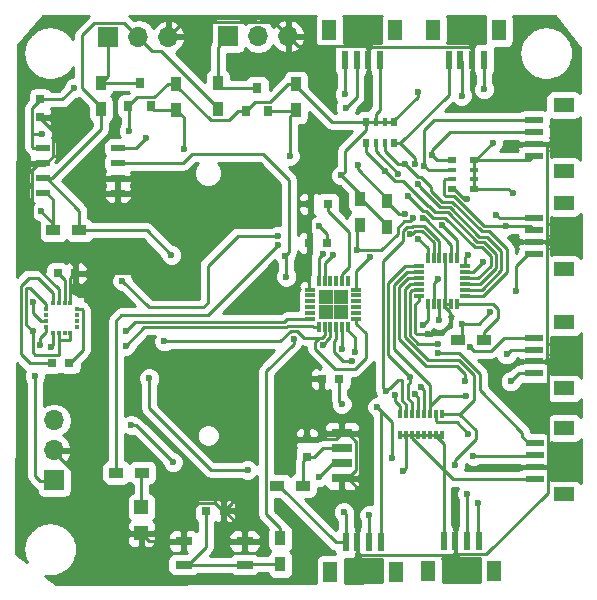
<source format=gtl>
G04 #@! TF.GenerationSoftware,KiCad,Pcbnew,no-vcs-found-7722~57~ubuntu16.04.1*
G04 #@! TF.CreationDate,2017-02-25T15:26:39+01:00*
G04 #@! TF.ProjectId,GhostSensorboard,47686F737453656E736F72626F617264,rev?*
G04 #@! TF.FileFunction,Copper,L1,Top,Signal*
G04 #@! TF.FilePolarity,Positive*
%FSLAX46Y46*%
G04 Gerber Fmt 4.6, Leading zero omitted, Abs format (unit mm)*
G04 Created by KiCad (PCBNEW no-vcs-found-7722~57~ubuntu16.04.1) date Sat Feb 25 15:26:39 2017*
%MOMM*%
%LPD*%
G01*
G04 APERTURE LIST*
%ADD10C,0.100000*%
%ADD11R,0.750000X0.800000*%
%ADD12R,0.800000X0.750000*%
%ADD13R,1.200000X1.200000*%
%ADD14R,0.800000X0.900000*%
%ADD15R,1.200000X0.900000*%
%ADD16R,0.900000X1.200000*%
%ADD17R,1.450000X0.700000*%
%ADD18R,0.850000X0.300000*%
%ADD19R,0.300000X0.850000*%
%ADD20R,0.600000X1.550000*%
%ADD21R,1.200000X1.800000*%
%ADD22R,1.800000X0.800000*%
%ADD23R,1.300000X1.300000*%
%ADD24R,1.550000X0.600000*%
%ADD25R,1.800000X1.200000*%
%ADD26R,1.143000X0.508000*%
%ADD27R,0.500000X0.800000*%
%ADD28R,0.400000X0.800000*%
%ADD29R,0.800000X0.500000*%
%ADD30R,0.800000X0.400000*%
%ADD31R,0.300000X0.800000*%
%ADD32R,1.700000X1.700000*%
%ADD33O,1.700000X1.700000*%
%ADD34R,0.300000X0.450000*%
%ADD35R,0.450000X0.300000*%
%ADD36C,0.600000*%
%ADD37C,0.250000*%
%ADD38C,0.254000*%
G04 APERTURE END LIST*
D10*
D11*
X116464080Y-113329720D03*
X116464080Y-111829720D03*
D12*
X109434760Y-117899180D03*
X107934760Y-117899180D03*
D11*
X93893640Y-83064920D03*
X93893640Y-84564920D03*
D12*
X117735920Y-106725720D03*
X119235920Y-106725720D03*
X116684360Y-95239840D03*
X118184360Y-95239840D03*
X116770720Y-91892120D03*
X118270720Y-91892120D03*
X94870840Y-105369360D03*
X96370840Y-105369360D03*
X96868680Y-97790000D03*
X95368680Y-97790000D03*
D13*
X102473760Y-117584040D03*
X102473760Y-119784040D03*
D14*
X101371360Y-83654140D03*
X103271360Y-83654140D03*
X102321360Y-81654140D03*
X111318000Y-84050380D03*
X113218000Y-84050380D03*
X112268000Y-82050380D03*
D15*
X129237560Y-103449120D03*
X131437560Y-103449120D03*
X116156920Y-115763040D03*
X113956920Y-115763040D03*
D16*
X105410000Y-81737020D03*
X105410000Y-83937020D03*
X114226340Y-122425640D03*
X114226340Y-120225640D03*
D15*
X102532360Y-114655600D03*
X100332360Y-114655600D03*
D16*
X99049840Y-83865900D03*
X99049840Y-81665900D03*
X115559840Y-81792900D03*
X115559840Y-83992900D03*
X108935520Y-83901460D03*
X108935520Y-81701460D03*
X123261120Y-93830320D03*
X123261120Y-91630320D03*
X121005600Y-91493160D03*
X121005600Y-93693160D03*
D15*
X97218680Y-94147640D03*
X95018680Y-94147640D03*
D17*
X106038020Y-122452640D03*
X111198020Y-122452640D03*
X111198020Y-120452640D03*
X106038020Y-120452640D03*
D18*
X129905040Y-99675000D03*
X129905040Y-99175000D03*
X129905040Y-98675000D03*
X129905040Y-98175000D03*
X129905040Y-97675000D03*
X129905040Y-97175000D03*
D19*
X129205040Y-96475000D03*
X128705040Y-96475000D03*
X128205040Y-96475000D03*
X127705040Y-96475000D03*
X127205040Y-96475000D03*
X126705040Y-96475000D03*
D18*
X126005040Y-97175000D03*
X126005040Y-97675000D03*
X126005040Y-98175000D03*
X126005040Y-98675000D03*
X126005040Y-99175000D03*
X126005040Y-99675000D03*
D19*
X126705040Y-100375000D03*
X127205040Y-100375000D03*
X127705040Y-100375000D03*
X128205040Y-100375000D03*
X128705040Y-100375000D03*
X129205040Y-100375000D03*
D20*
X128469260Y-79695160D03*
X129469260Y-79695160D03*
X130469260Y-79695160D03*
X131469260Y-79695160D03*
D21*
X127169260Y-77170160D03*
X132769260Y-77170160D03*
D20*
X119680860Y-79695160D03*
X120680860Y-79695160D03*
X121680860Y-79695160D03*
X122680860Y-79695160D03*
D21*
X118380860Y-77170160D03*
X123980860Y-77170160D03*
D22*
X119451120Y-111328200D03*
X119451120Y-112598200D03*
X119451120Y-113868200D03*
X119451120Y-115138200D03*
D18*
X116769600Y-99156200D03*
X116769600Y-99656200D03*
X116769600Y-100156200D03*
X116769600Y-100656200D03*
X116769600Y-101156200D03*
X116769600Y-101656200D03*
D19*
X117469600Y-102356200D03*
X117969600Y-102356200D03*
X118469600Y-102356200D03*
X118969600Y-102356200D03*
X119469600Y-102356200D03*
X119969600Y-102356200D03*
D18*
X120669600Y-101656200D03*
X120669600Y-101156200D03*
X120669600Y-100656200D03*
X120669600Y-100156200D03*
X120669600Y-99656200D03*
X120669600Y-99156200D03*
D19*
X119969600Y-98456200D03*
X119469600Y-98456200D03*
X118969600Y-98456200D03*
X118469600Y-98456200D03*
X117969600Y-98456200D03*
X117469600Y-98456200D03*
D23*
X119369600Y-101056200D03*
X119369600Y-99756200D03*
X118069600Y-101056200D03*
X118069600Y-99756200D03*
D24*
X135696840Y-93117540D03*
X135696840Y-94117540D03*
X135696840Y-95117540D03*
X135696840Y-96117540D03*
D25*
X138221840Y-91817540D03*
X138221840Y-97417540D03*
D24*
X135696840Y-84834600D03*
X135696840Y-85834600D03*
X135696840Y-86834600D03*
X135696840Y-87834600D03*
D25*
X138221840Y-83534600D03*
X138221840Y-89134600D03*
D24*
X135752840Y-112186720D03*
X135752840Y-113186720D03*
X135752840Y-114186720D03*
X135752840Y-115186720D03*
D25*
X138277840Y-110886720D03*
X138277840Y-116486720D03*
D24*
X135714620Y-103234360D03*
X135714620Y-104234360D03*
X135714620Y-105234360D03*
X135714620Y-106234360D03*
D25*
X138239620Y-101934360D03*
X138239620Y-107534360D03*
D20*
X131045080Y-120487320D03*
X130045080Y-120487320D03*
X129045080Y-120487320D03*
X128045080Y-120487320D03*
D21*
X132345080Y-123012320D03*
X126745080Y-123012320D03*
D20*
X122762140Y-120566060D03*
X121762140Y-120566060D03*
X120762140Y-120566060D03*
X119762140Y-120566060D03*
D21*
X124062140Y-123091060D03*
X118462140Y-123091060D03*
D26*
X94117160Y-90982800D03*
X94117160Y-89712800D03*
X94117160Y-88442800D03*
X94117160Y-87172800D03*
X100467160Y-87172800D03*
X100467160Y-88442800D03*
X100467160Y-89712800D03*
X100467160Y-90982800D03*
D27*
X121489620Y-86762160D03*
D28*
X123089620Y-86762160D03*
X122289620Y-86762160D03*
D27*
X123889620Y-86762160D03*
D28*
X122289620Y-84962160D03*
D27*
X121489620Y-84962160D03*
D28*
X123089620Y-84962160D03*
D27*
X123889620Y-84962160D03*
D29*
X128792400Y-88213080D03*
D30*
X128792400Y-89813080D03*
X128792400Y-89013080D03*
D29*
X128792400Y-90613080D03*
D30*
X130592400Y-89013080D03*
D29*
X130592400Y-88213080D03*
D30*
X130592400Y-89813080D03*
D29*
X130592400Y-90613080D03*
D31*
X127901960Y-109677200D03*
X127901960Y-111477200D03*
X124401960Y-109677200D03*
X124401960Y-111477200D03*
X127401960Y-109677200D03*
X126901960Y-109677200D03*
X126401960Y-109677200D03*
X125901960Y-109677200D03*
X125401960Y-109677200D03*
X124901960Y-109677200D03*
X127401960Y-111477200D03*
X126901960Y-111477200D03*
X126401960Y-111477200D03*
X125401960Y-111477200D03*
X125901960Y-111477200D03*
X124901960Y-111477200D03*
D32*
X99664520Y-77767180D03*
D33*
X102204520Y-77767180D03*
X104744520Y-77767180D03*
D32*
X109816900Y-77701140D03*
D33*
X112356900Y-77701140D03*
X114896900Y-77701140D03*
X95097600Y-110225840D03*
X95097600Y-112765840D03*
D32*
X95097600Y-115305840D03*
D34*
X94957200Y-102824200D03*
X95457200Y-102824200D03*
X95957200Y-102824200D03*
X96457200Y-102824200D03*
D35*
X96982200Y-102299200D03*
X96982200Y-101799200D03*
X96982200Y-101299200D03*
X96982200Y-100799200D03*
D34*
X96457200Y-100274200D03*
X95957200Y-100274200D03*
X95457200Y-100274200D03*
X94957200Y-100274200D03*
D35*
X94432200Y-100799200D03*
X94432200Y-101299200D03*
X94432200Y-101799200D03*
X94432200Y-102299200D03*
D36*
X110134400Y-116189760D03*
X114188240Y-111856520D03*
X126690798Y-102936697D03*
X117596920Y-85369400D03*
X105023920Y-99263200D03*
X97774760Y-88844120D03*
X96565720Y-83992720D03*
X117811018Y-103864963D03*
X121859040Y-96438890D03*
X94066360Y-85973920D03*
X93974920Y-92537280D03*
X96771449Y-82080089D03*
X119420640Y-108849160D03*
X120287638Y-105233831D03*
X93446600Y-106497120D03*
X93253560Y-102707440D03*
X133736080Y-106923840D03*
X132024120Y-101092000D03*
X129595880Y-102031800D03*
X127645160Y-101711760D03*
X124644576Y-114516501D03*
X134203440Y-99293680D03*
X133898640Y-91023440D03*
X125887480Y-82458560D03*
X131485640Y-82214720D03*
X132212080Y-86715600D03*
X101396800Y-85719920D03*
X104421049Y-103539249D03*
X119598440Y-118008400D03*
X119395240Y-89489280D03*
X117510560Y-93761560D03*
X101610160Y-110622080D03*
X105140760Y-113776760D03*
X105003600Y-96225360D03*
X125489077Y-93128337D03*
X114655600Y-96301560D03*
X114726720Y-98059240D03*
X118672032Y-96208639D03*
X127543560Y-98221800D03*
X120685560Y-95813880D03*
X126270374Y-102171001D03*
X124765374Y-92765034D03*
X102877887Y-86317109D03*
X120766840Y-88620600D03*
X117877537Y-96114852D03*
X93309610Y-100180816D03*
X114073035Y-94586828D03*
X100848160Y-98415010D03*
X120536490Y-104473508D03*
X115356640Y-103306880D03*
X119426560Y-104189974D03*
X114030590Y-95385714D03*
X117535960Y-114985800D03*
X111465360Y-114432080D03*
X103129080Y-106669840D03*
X106034840Y-87238840D03*
X115026440Y-87833200D03*
X124794230Y-88554118D03*
X129580640Y-82737960D03*
X119781320Y-83753960D03*
X123072718Y-89128600D03*
X125648405Y-88524395D03*
X125846840Y-90241120D03*
X119684800Y-82621120D03*
X124169220Y-89333842D03*
X124998480Y-91221560D03*
X133344920Y-93781880D03*
X131429760Y-96824800D03*
X127904180Y-93702376D03*
X127061130Y-87751920D03*
X130006935Y-91450585D03*
X130134012Y-96206934D03*
X132521960Y-92816680D03*
X126289090Y-93128337D03*
X126435409Y-88668076D03*
X123183143Y-107778352D03*
X130581400Y-113238280D03*
X125627196Y-108022460D03*
X133380480Y-104648000D03*
X125928120Y-94848680D03*
X123927173Y-108072356D03*
X127591124Y-104535208D03*
X125226086Y-94465056D03*
X125229035Y-106584483D03*
X130330704Y-104022990D03*
X130042920Y-116453920D03*
X129976880Y-108183680D03*
X128999675Y-114023835D03*
X121762520Y-118247160D03*
X126178711Y-107442935D03*
X129905884Y-106898036D03*
X130977640Y-117190520D03*
X127575356Y-103735351D03*
X123667520Y-113385600D03*
X130139440Y-111363760D03*
X122433080Y-109098080D03*
X93878570Y-103811083D03*
X101132640Y-102656640D03*
X94793963Y-104044349D03*
X101122480Y-103936800D03*
D37*
X116156920Y-115763040D02*
X116156920Y-113636880D01*
X116156920Y-113636880D02*
X116464080Y-113329720D01*
X116464080Y-113329720D02*
X117089080Y-113329720D01*
X117820600Y-112598200D02*
X119451120Y-112598200D01*
X117089080Y-113329720D02*
X117820600Y-112598200D01*
X117735920Y-108963000D02*
X117735920Y-107350720D01*
X119451120Y-111328200D02*
X119451120Y-110678200D01*
X117735920Y-107350720D02*
X117735920Y-106725720D01*
X119451120Y-110678200D02*
X117735920Y-108963000D01*
X110134400Y-116189760D02*
X110134400Y-117199540D01*
X110134400Y-117199540D02*
X109434760Y-117899180D01*
X117735920Y-106725720D02*
X117735920Y-108308840D01*
X117735920Y-108308840D02*
X114188240Y-111856520D01*
X93220659Y-96900395D02*
X93220659Y-95996760D01*
X95457200Y-99136936D02*
X93220659Y-96900395D01*
X95457200Y-100294520D02*
X95457200Y-99136936D01*
X93220659Y-95996760D02*
X93220659Y-89021801D01*
X96868680Y-97790000D02*
X96868680Y-97165000D01*
X96868680Y-97165000D02*
X95700440Y-95996760D01*
X95700440Y-95996760D02*
X93220659Y-95996760D01*
X126005040Y-99675000D02*
X126005040Y-100075000D01*
X125765797Y-102936697D02*
X126690798Y-102936697D01*
X125645364Y-100434676D02*
X125645364Y-102816264D01*
X125645364Y-102816264D02*
X125765797Y-102936697D01*
X126005040Y-100075000D02*
X125645364Y-100434676D01*
X127743893Y-102936697D02*
X126690798Y-102936697D01*
X128605040Y-101050000D02*
X128605040Y-102075550D01*
X128205040Y-100650000D02*
X128605040Y-101050000D01*
X128205040Y-100375000D02*
X128205040Y-100650000D01*
X128605040Y-102075550D02*
X127743893Y-102936697D01*
X116770720Y-91892120D02*
X116770720Y-86195600D01*
X116770720Y-86195600D02*
X117596920Y-85369400D01*
X97957640Y-116117920D02*
X97957640Y-115818920D01*
X97957640Y-115818920D02*
X95001080Y-112862360D01*
X102473760Y-119784040D02*
X101623760Y-119784040D01*
X101623760Y-119784040D02*
X97957640Y-116117920D01*
X106038020Y-120452640D02*
X103142360Y-120452640D01*
X103142360Y-120452640D02*
X102473760Y-119784040D01*
X103550720Y-97790000D02*
X105023920Y-99263200D01*
X96868680Y-97790000D02*
X103550720Y-97790000D01*
X117735920Y-106725720D02*
X117710920Y-106725720D01*
X111198020Y-120452640D02*
X111198020Y-119637440D01*
X111198020Y-119637440D02*
X109459760Y-117899180D01*
X109459760Y-117899180D02*
X109434760Y-117899180D01*
X106038020Y-120452640D02*
X106038020Y-118435918D01*
X109409760Y-117899180D02*
X109434760Y-117899180D01*
X106038020Y-118435918D02*
X107274759Y-117199179D01*
X107274759Y-117199179D02*
X108709759Y-117199179D01*
X108709759Y-117199179D02*
X109409760Y-117899180D01*
X100467160Y-90982800D02*
X100467160Y-89712800D01*
X100467160Y-89712800D02*
X98643440Y-89712800D01*
X98643440Y-89712800D02*
X97774760Y-88844120D01*
X93893640Y-84564920D02*
X93893640Y-84589920D01*
X93893640Y-84589920D02*
X95013661Y-85709941D01*
X95013661Y-85709941D02*
X95013661Y-87863799D01*
X95013661Y-87863799D02*
X94434660Y-88442800D01*
X94434660Y-88442800D02*
X94117160Y-88442800D01*
X93893640Y-84564920D02*
X95993520Y-84564920D01*
X95993520Y-84564920D02*
X96565720Y-83992720D01*
X114896900Y-77701140D02*
X113721899Y-76526139D01*
X113721899Y-76526139D02*
X105985561Y-76526139D01*
X105985561Y-76526139D02*
X104744520Y-77767180D01*
X114896900Y-77701140D02*
X115746899Y-78551139D01*
X115746899Y-78551139D02*
X121561839Y-78551139D01*
X121561839Y-78551139D02*
X121680860Y-78670160D01*
X121680860Y-78670160D02*
X121680860Y-79695160D01*
X121680860Y-78670160D02*
X121755861Y-78595159D01*
X121755861Y-78595159D02*
X130394259Y-78595159D01*
X130394259Y-78595159D02*
X130469260Y-78670160D01*
X130469260Y-78670160D02*
X130469260Y-79695160D01*
X93220659Y-89021801D02*
X93799660Y-88442800D01*
X93799660Y-88442800D02*
X94117160Y-88442800D01*
X96457200Y-100294520D02*
X96457200Y-98201480D01*
X96457200Y-98201480D02*
X96868680Y-97790000D01*
X118111017Y-103564964D02*
X117811018Y-103864963D01*
X118469600Y-103167610D02*
X118111017Y-103526193D01*
X118469600Y-102356200D02*
X118469600Y-103167610D01*
X118111017Y-103526193D02*
X118111017Y-103564964D01*
X120669600Y-97628330D02*
X121859040Y-96438890D01*
X120669600Y-99156200D02*
X120669600Y-97628330D01*
X119451120Y-115138200D02*
X119951120Y-115138200D01*
X119951120Y-115138200D02*
X120676121Y-114413199D01*
X120676121Y-114413199D02*
X120676121Y-112053201D01*
X120676121Y-112053201D02*
X119951120Y-111328200D01*
X119951120Y-111328200D02*
X119451120Y-111328200D01*
X116464080Y-111829720D02*
X118949600Y-111829720D01*
X118949600Y-111829720D02*
X119451120Y-111328200D01*
X120762140Y-120566060D02*
X120762140Y-115949220D01*
X120762140Y-115949220D02*
X119951120Y-115138200D01*
X129045080Y-120487320D02*
X129045080Y-121512320D01*
X129045080Y-121512320D02*
X128891339Y-121666061D01*
X128891339Y-121666061D02*
X120837141Y-121666061D01*
X120837141Y-121666061D02*
X120762140Y-121591060D01*
X120762140Y-121591060D02*
X120762140Y-120566060D01*
X136852841Y-116374999D02*
X136852841Y-114261721D01*
X136852841Y-114261721D02*
X136777840Y-114186720D01*
X136777840Y-114186720D02*
X135752840Y-114186720D01*
X129045080Y-121512320D02*
X129120081Y-121587321D01*
X129120081Y-121587321D02*
X131640519Y-121587321D01*
X131640519Y-121587321D02*
X136852841Y-116374999D01*
X135696840Y-95117540D02*
X136721840Y-95117540D01*
X136814621Y-95210321D02*
X136814621Y-105159359D01*
X136721840Y-95117540D02*
X136814621Y-95210321D01*
X136814621Y-105159359D02*
X136739620Y-105234360D01*
X136739620Y-105234360D02*
X135714620Y-105234360D01*
X136721840Y-86834600D02*
X135696840Y-86834600D01*
X136721840Y-95117540D02*
X136796841Y-95042539D01*
X136796841Y-95042539D02*
X136796841Y-86909601D01*
X136796841Y-86909601D02*
X136721840Y-86834600D01*
X116770720Y-91892120D02*
X116770720Y-95153480D01*
X116770720Y-95153480D02*
X116684360Y-95239840D01*
X116684360Y-95239840D02*
X116684360Y-99070960D01*
X116684360Y-99070960D02*
X116769600Y-99156200D01*
X128705040Y-100375000D02*
X128205040Y-100375000D01*
X128205040Y-100375000D02*
X128205040Y-96475000D01*
X136739620Y-105234360D02*
X136852841Y-105347581D01*
X136852841Y-105347581D02*
X136852841Y-114111719D01*
X136852841Y-114111719D02*
X136777840Y-114186720D01*
X107934760Y-117899180D02*
X107934760Y-120930900D01*
X107934760Y-120930900D02*
X106413020Y-122452640D01*
X106413020Y-122452640D02*
X106038020Y-122452640D01*
X111198020Y-122452640D02*
X106038020Y-122452640D01*
X114226340Y-122425640D02*
X111225020Y-122425640D01*
X111225020Y-122425640D02*
X111198020Y-122452640D01*
X93193639Y-87070779D02*
X93193639Y-85882480D01*
X93193639Y-85882480D02*
X93193639Y-83789921D01*
X94066360Y-85973920D02*
X93285079Y-85973920D01*
X93285079Y-85973920D02*
X93193639Y-85882480D01*
X95018680Y-94147640D02*
X95018680Y-93581040D01*
X95018680Y-93581040D02*
X93974920Y-92537280D01*
X94117160Y-87172800D02*
X93295660Y-87172800D01*
X93193639Y-83789921D02*
X93893640Y-83089920D01*
X93295660Y-87172800D02*
X93193639Y-87070779D01*
X93893640Y-83089920D02*
X93893640Y-83064920D01*
X95786618Y-83064920D02*
X96771449Y-82080089D01*
X93893640Y-83064920D02*
X95786618Y-83064920D01*
X95018680Y-94147640D02*
X95018680Y-91566820D01*
X95018680Y-91566820D02*
X94434660Y-90982800D01*
X94434660Y-90982800D02*
X94117160Y-90982800D01*
X119235920Y-108664440D02*
X119420640Y-108849160D01*
X119235920Y-106725720D02*
X119235920Y-108664440D01*
X119554305Y-105233831D02*
X120287638Y-105233831D01*
X118969600Y-103304020D02*
X118801343Y-103472277D01*
X118801343Y-103472277D02*
X118801343Y-104480869D01*
X118969600Y-102356200D02*
X118969600Y-103304020D01*
X118801343Y-104480869D02*
X119554305Y-105233831D01*
X121445024Y-102831624D02*
X120669600Y-102056200D01*
X121445024Y-104962147D02*
X121445024Y-102831624D01*
X118884877Y-105858833D02*
X120548338Y-105858833D01*
X117511017Y-103239962D02*
X117186017Y-103564962D01*
X117186017Y-103564962D02*
X117186017Y-104159973D01*
X120548338Y-105858833D02*
X121445024Y-104962147D01*
X117186017Y-104159973D02*
X118884877Y-105858833D01*
X120669600Y-102056200D02*
X120669600Y-101656200D01*
X92684600Y-102138480D02*
X93253560Y-102707440D01*
X92684600Y-99033512D02*
X92684600Y-102138480D01*
X93046192Y-99033512D02*
X92684600Y-99033512D01*
X94432200Y-100419520D02*
X93046192Y-99033512D01*
X94432200Y-100819520D02*
X94432200Y-100419520D01*
X95530841Y-104669359D02*
X93445561Y-104669359D01*
X93253560Y-104477358D02*
X93253560Y-102707440D01*
X93445561Y-104669359D02*
X93253560Y-104477358D01*
X95530841Y-103393161D02*
X95530841Y-104669359D01*
X95457200Y-103319520D02*
X95530841Y-103393161D01*
X93446600Y-114947880D02*
X93446600Y-106497120D01*
X93901080Y-115402360D02*
X93446600Y-114947880D01*
X95001080Y-115402360D02*
X93901080Y-115402360D01*
X135714620Y-106234360D02*
X134425560Y-106234360D01*
X134425560Y-106234360D02*
X133736080Y-106923840D01*
X131084320Y-102031800D02*
X132024120Y-101092000D01*
X129595880Y-102031800D02*
X131084320Y-102031800D01*
X129595880Y-102031800D02*
X129595880Y-103090800D01*
X129595880Y-103090800D02*
X129237560Y-103449120D01*
X127705040Y-100375000D02*
X127705040Y-101651880D01*
X127705040Y-101651880D02*
X127645160Y-101711760D01*
X124901960Y-111477200D02*
X124901960Y-114259117D01*
X124901960Y-114259117D02*
X124644576Y-114516501D01*
X134203440Y-99293680D02*
X134203440Y-97135940D01*
X134203440Y-97135940D02*
X135221840Y-96117540D01*
X135221840Y-96117540D02*
X135696840Y-96117540D01*
X130592400Y-90613080D02*
X133488280Y-90613080D01*
X133488280Y-90613080D02*
X133898640Y-91023440D01*
X123889620Y-84962160D02*
X123889620Y-84812160D01*
X123889620Y-84812160D02*
X125887480Y-82814300D01*
X125887480Y-82814300D02*
X125887480Y-82458560D01*
X131485640Y-82214720D02*
X131485640Y-79711540D01*
X131485640Y-79711540D02*
X131469260Y-79695160D01*
X130592400Y-88213080D02*
X130714600Y-88213080D01*
X130714600Y-88213080D02*
X132212080Y-86715600D01*
X101396800Y-85719920D02*
X101396800Y-83679580D01*
X101396800Y-83679580D02*
X101371360Y-83654140D01*
X116214724Y-103239962D02*
X115656641Y-102681879D01*
X117511017Y-103239962D02*
X116214724Y-103239962D01*
X115656641Y-102681879D02*
X115097279Y-102681879D01*
X115097279Y-102681879D02*
X114239909Y-103539249D01*
X114239909Y-103539249D02*
X104421049Y-103539249D01*
X130592400Y-89813080D02*
X130592400Y-90613080D01*
X130592400Y-89013080D02*
X130592400Y-89813080D01*
X130592400Y-88213080D02*
X130592400Y-89013080D01*
X130592400Y-88213080D02*
X135318360Y-88213080D01*
X135318360Y-88213080D02*
X135696840Y-87834600D01*
X119762140Y-120566060D02*
X119762140Y-118172100D01*
X119762140Y-118172100D02*
X119598440Y-118008400D01*
X126901960Y-111477200D02*
X126563120Y-111477200D01*
X126563120Y-111477200D02*
X126401960Y-111477200D01*
X128045080Y-120487320D02*
X128045080Y-112220320D01*
X128045080Y-112220320D02*
X127301960Y-111477200D01*
X127301960Y-111477200D02*
X126563120Y-111477200D01*
X101371360Y-83654140D02*
X101371360Y-83604140D01*
X101371360Y-83604140D02*
X102096361Y-82879139D01*
X102096361Y-82879139D02*
X103567881Y-82879139D01*
X103567881Y-82879139D02*
X104710000Y-81737020D01*
X104710000Y-81737020D02*
X105410000Y-81737020D01*
X105410000Y-81737020D02*
X105410000Y-81887020D01*
X109891919Y-84826461D02*
X110668000Y-84050380D01*
X105410000Y-81887020D02*
X108349441Y-84826461D01*
X108349441Y-84826461D02*
X109891919Y-84826461D01*
X110668000Y-84050380D02*
X111318000Y-84050380D01*
X122289620Y-84962160D02*
X122289620Y-84312160D01*
X122289620Y-84312160D02*
X122680860Y-83920920D01*
X122680860Y-83920920D02*
X122680860Y-79695160D01*
X111318000Y-84050380D02*
X111318000Y-84000380D01*
X114859840Y-81792900D02*
X115559840Y-81792900D01*
X111318000Y-84000380D02*
X112043001Y-83275379D01*
X112043001Y-83275379D02*
X113377361Y-83275379D01*
X113377361Y-83275379D02*
X114859840Y-81792900D01*
X121489620Y-84962160D02*
X118579100Y-84962160D01*
X118579100Y-84962160D02*
X115559840Y-81942900D01*
X115559840Y-81942900D02*
X115559840Y-81792900D01*
X123089620Y-84962160D02*
X123889620Y-84962160D01*
X122289620Y-84962160D02*
X123089620Y-84962160D01*
X121489620Y-84962160D02*
X122289620Y-84962160D01*
X119395240Y-89489280D02*
X119695239Y-89189281D01*
X119695239Y-89189281D02*
X119695239Y-87406541D01*
X119695239Y-87406541D02*
X121489620Y-85612160D01*
X121489620Y-85612160D02*
X121489620Y-84962160D01*
X123261120Y-93830320D02*
X123261120Y-93680320D01*
X123261120Y-93680320D02*
X121073960Y-91493160D01*
X121073960Y-91493160D02*
X121005600Y-91493160D01*
X117760838Y-103239962D02*
X117511017Y-103239962D01*
X117969600Y-103031200D02*
X117760838Y-103239962D01*
X135752840Y-115186720D02*
X128861480Y-115186720D01*
X128861480Y-115186720D02*
X125401960Y-111727200D01*
X125401960Y-111727200D02*
X125401960Y-111477200D01*
X124901960Y-111477200D02*
X124401960Y-111477200D01*
X125401960Y-111477200D02*
X124901960Y-111477200D01*
X125901960Y-111477200D02*
X125401960Y-111477200D01*
X126401960Y-111477200D02*
X125901960Y-111477200D01*
X127401960Y-111477200D02*
X126901960Y-111477200D01*
X127901960Y-111477200D02*
X127401960Y-111477200D01*
X95457200Y-103319520D02*
X95457200Y-102844520D01*
X96457200Y-102844520D02*
X96457200Y-103319520D01*
X96457200Y-103319520D02*
X96382199Y-103394521D01*
X96382199Y-103394521D02*
X95532201Y-103394521D01*
X95532201Y-103394521D02*
X95457200Y-103319520D01*
X113956920Y-115763040D02*
X114106920Y-115763040D01*
X114106920Y-115763040D02*
X118909940Y-120566060D01*
X118909940Y-120566060D02*
X119762140Y-120566060D01*
X119395240Y-89489280D02*
X121005600Y-91099640D01*
X121005600Y-91099640D02*
X121005600Y-91493160D01*
X118184360Y-95239840D02*
X118184360Y-94435360D01*
X118184360Y-94435360D02*
X117510560Y-93761560D01*
X117969600Y-103031200D02*
X117969600Y-102356200D01*
X134991660Y-96117540D02*
X135696840Y-96117540D01*
X118270720Y-92517120D02*
X118270720Y-91892120D01*
X119469600Y-97858322D02*
X120055801Y-97272121D01*
X120055801Y-94302201D02*
X118270720Y-92517120D01*
X119469600Y-98456200D02*
X119469600Y-97858322D01*
X120055801Y-97272121D02*
X120055801Y-94302201D01*
X92232480Y-98838739D02*
X92931559Y-98139660D01*
X94870840Y-105369360D02*
X94220840Y-105369360D01*
X94957200Y-99419699D02*
X94957200Y-100294520D01*
X94220840Y-105369360D02*
X94187391Y-105402809D01*
X94187391Y-105402809D02*
X93005756Y-105402809D01*
X93005756Y-105402809D02*
X92232480Y-104629533D01*
X92232480Y-104629533D02*
X92232480Y-98838739D01*
X92931559Y-98139660D02*
X93677161Y-98139660D01*
X93677161Y-98139660D02*
X94957200Y-99419699D01*
X96370840Y-105369360D02*
X96395840Y-105369360D01*
X97532201Y-104232999D02*
X97532201Y-100894521D01*
X96395840Y-105369360D02*
X97532201Y-104232999D01*
X97532201Y-100894521D02*
X97457200Y-100819520D01*
X97457200Y-100819520D02*
X96982200Y-100819520D01*
X95957200Y-100294520D02*
X95957200Y-98378520D01*
X95957200Y-98378520D02*
X95368680Y-97790000D01*
X102473760Y-117584040D02*
X102473760Y-114714200D01*
X102473760Y-114714200D02*
X102532360Y-114655600D01*
X105140760Y-113776760D02*
X101986080Y-110622080D01*
X101986080Y-110622080D02*
X101610160Y-110622080D01*
X99664520Y-77767180D02*
X99664520Y-81051220D01*
X99664520Y-81051220D02*
X99049840Y-81665900D01*
X102321360Y-81654140D02*
X99061600Y-81654140D01*
X99061600Y-81654140D02*
X99049840Y-81665900D01*
X97218680Y-94147640D02*
X97218680Y-92496820D01*
X97218680Y-92496820D02*
X94434660Y-89712800D01*
X94434660Y-89712800D02*
X94117160Y-89712800D01*
X94117160Y-89712800D02*
X94938660Y-89712800D01*
X94938660Y-89712800D02*
X99049840Y-85601620D01*
X99049840Y-85601620D02*
X99049840Y-83865900D01*
X97444560Y-77617320D02*
X98469701Y-76592179D01*
X101029519Y-76592179D02*
X102204520Y-77767180D01*
X98469701Y-76592179D02*
X101029519Y-76592179D01*
X97444560Y-82110620D02*
X97444560Y-77617320D01*
X99049840Y-83715900D02*
X97444560Y-82110620D01*
X99049840Y-83865900D02*
X99049840Y-83715900D01*
X102204520Y-77767180D02*
X103379521Y-78942181D01*
X108935520Y-83751460D02*
X108935520Y-83901460D01*
X103379521Y-78942181D02*
X104126241Y-78942181D01*
X104126241Y-78942181D02*
X108935520Y-83751460D01*
X97218680Y-94147640D02*
X102925880Y-94147640D01*
X102925880Y-94147640D02*
X105003600Y-96225360D01*
X112268000Y-82050380D02*
X109284440Y-82050380D01*
X109284440Y-82050380D02*
X108935520Y-81701460D01*
X108935520Y-81701460D02*
X108935520Y-78582520D01*
X108935520Y-78582520D02*
X109816900Y-77701140D01*
X122793378Y-95813880D02*
X124151074Y-94456184D01*
X124739685Y-93390044D02*
X125188930Y-93390044D01*
X125450637Y-93128337D02*
X125489077Y-93128337D01*
X124151074Y-93978655D02*
X124739685Y-93390044D01*
X124151074Y-94456184D02*
X124151074Y-93978655D01*
X120685560Y-95813880D02*
X122793378Y-95813880D01*
X125188930Y-93390044D02*
X125450637Y-93128337D01*
X114955599Y-89865479D02*
X112791240Y-87701120D01*
X106771440Y-87701120D02*
X106029760Y-88442800D01*
X112791240Y-87701120D02*
X106771440Y-87701120D01*
X106029760Y-88442800D02*
X100467160Y-88442800D01*
X114655600Y-96301560D02*
X114955599Y-96001561D01*
X114955599Y-96001561D02*
X114955599Y-89865479D01*
X114726720Y-98059240D02*
X114726720Y-96372680D01*
X114726720Y-96372680D02*
X114655600Y-96301560D01*
X117969600Y-96911071D02*
X118672032Y-96208639D01*
X117969600Y-98456200D02*
X117969600Y-96911071D01*
X127205040Y-100375000D02*
X127205040Y-98560320D01*
X127205040Y-98560320D02*
X127543560Y-98221800D01*
X120685560Y-95813880D02*
X120685560Y-94013200D01*
X120685560Y-94013200D02*
X121005600Y-93693160D01*
X126705040Y-101736335D02*
X126270374Y-102171001D01*
X126705040Y-100375000D02*
X126705040Y-101736335D01*
X124245834Y-92765034D02*
X124765374Y-92765034D01*
X123261120Y-91780320D02*
X124245834Y-92765034D01*
X123261120Y-91630320D02*
X123261120Y-91780320D01*
X102022196Y-87172800D02*
X102877887Y-86317109D01*
X100467160Y-87172800D02*
X102022196Y-87172800D01*
X123261120Y-91630320D02*
X123261120Y-91480320D01*
X123261120Y-91480320D02*
X120766840Y-88986040D01*
X120766840Y-88986040D02*
X120766840Y-88620600D01*
X117469600Y-96522789D02*
X117877537Y-96114852D01*
X117469600Y-98456200D02*
X117469600Y-96522789D01*
X93309610Y-101171930D02*
X93309610Y-100180816D01*
X93957200Y-101819520D02*
X93309610Y-101171930D01*
X94432200Y-101819520D02*
X93957200Y-101819520D01*
X100848160Y-98415010D02*
X103108751Y-100675601D01*
X107706443Y-100675601D02*
X108072082Y-100309962D01*
X108072082Y-100309962D02*
X108072082Y-97142263D01*
X108072082Y-97142263D02*
X110627517Y-94586828D01*
X110627517Y-94586828D02*
X114073035Y-94586828D01*
X103108751Y-100675601D02*
X107706443Y-100675601D01*
X119969600Y-102631200D02*
X120536490Y-103198090D01*
X119969600Y-102356200D02*
X119969600Y-102631200D01*
X120536490Y-103198090D02*
X120536490Y-104473508D01*
X115356640Y-103306880D02*
X115356640Y-103731144D01*
X115356640Y-103731144D02*
X113031919Y-106055865D01*
X113031919Y-106055865D02*
X113031919Y-118181219D01*
X113031919Y-118181219D02*
X114226340Y-119375640D01*
X114226340Y-119375640D02*
X114226340Y-120225640D01*
X119469600Y-102356200D02*
X119469600Y-104146934D01*
X119469600Y-104146934D02*
X119426560Y-104189974D01*
X108070304Y-101346000D02*
X114030590Y-95385714D01*
X100782120Y-101346000D02*
X108070304Y-101346000D01*
X100332360Y-101795760D02*
X100782120Y-101346000D01*
X100332360Y-114655600D02*
X100332360Y-101795760D01*
X117535960Y-114985800D02*
X118653560Y-113868200D01*
X118653560Y-113868200D02*
X119451120Y-113868200D01*
X103129080Y-109220000D02*
X108341160Y-114432080D01*
X108341160Y-114432080D02*
X111465360Y-114432080D01*
X103129080Y-106669840D02*
X103129080Y-109220000D01*
X106034840Y-87238840D02*
X106034840Y-84561860D01*
X106034840Y-84561860D02*
X105410000Y-83937020D01*
X105410000Y-83937020D02*
X103554240Y-83937020D01*
X103554240Y-83937020D02*
X103271360Y-83654140D01*
X113218000Y-84050380D02*
X115502360Y-84050380D01*
X115502360Y-84050380D02*
X115559840Y-83992900D01*
X115026440Y-87833200D02*
X115026440Y-84526300D01*
X115026440Y-84526300D02*
X115559840Y-83992900D01*
X132649122Y-101537558D02*
X131437560Y-102749120D01*
X132649122Y-100791998D02*
X132649122Y-101537558D01*
X132232124Y-100375000D02*
X132649122Y-100791998D01*
X129205040Y-100375000D02*
X132232124Y-100375000D01*
X131437560Y-102749120D02*
X131437560Y-103449120D01*
X127920929Y-91727341D02*
X127012269Y-90818679D01*
X131267932Y-94231891D02*
X128763382Y-91727341D01*
X133404795Y-97684002D02*
X133404795Y-95715726D01*
X131920960Y-94231891D02*
X131267932Y-94231891D01*
X127012269Y-90818679D02*
X127012269Y-90503720D01*
X128763382Y-91727341D02*
X127920929Y-91727341D01*
X129905040Y-99675000D02*
X131413797Y-99675000D01*
X126124667Y-89616118D02*
X125856230Y-89616118D01*
X125856230Y-89616118D02*
X124794230Y-88554118D01*
X131413797Y-99675000D02*
X133404795Y-97684002D01*
X127012269Y-90503720D02*
X126124667Y-89616118D01*
X133404795Y-95715726D02*
X131920960Y-94231891D01*
X124231578Y-88554118D02*
X124794230Y-88554118D01*
X123089620Y-87412160D02*
X124231578Y-88554118D01*
X123089620Y-86762160D02*
X123089620Y-87412160D01*
X129580640Y-82737960D02*
X129580640Y-79806540D01*
X129580640Y-79806540D02*
X129469260Y-79695160D01*
X130895132Y-95131913D02*
X128390582Y-92627363D01*
X126720091Y-92053324D02*
X124625610Y-89958843D01*
X132504773Y-97311202D02*
X132504773Y-96135406D01*
X123902961Y-89958843D02*
X123072718Y-89128600D01*
X128390582Y-92627363D02*
X127349531Y-92627363D01*
X132504773Y-96135406D02*
X131501280Y-95131913D01*
X131140975Y-98675000D02*
X132504773Y-97311202D01*
X129905040Y-98675000D02*
X131140975Y-98675000D01*
X131501280Y-95131913D02*
X130895132Y-95131913D01*
X124625610Y-89958843D02*
X123902961Y-89958843D01*
X126775492Y-92053324D02*
X126720091Y-92053324D01*
X127349531Y-92627363D02*
X126775492Y-92053324D01*
X119781320Y-83753960D02*
X120680860Y-82854420D01*
X120680860Y-82854420D02*
X120680860Y-79695160D01*
X123072718Y-89128600D02*
X121489620Y-87545502D01*
X121489620Y-87545502D02*
X121489620Y-86762160D01*
X128576982Y-92177352D02*
X127734529Y-92177352D01*
X126146839Y-90589662D02*
X126146839Y-90541119D01*
X131711120Y-94681902D02*
X131081532Y-94681902D01*
X132954784Y-97497602D02*
X132954784Y-95925566D01*
X132954784Y-95925566D02*
X131711120Y-94681902D01*
X129905040Y-99175000D02*
X131277386Y-99175000D01*
X131081532Y-94681902D02*
X128576982Y-92177352D01*
X127734529Y-92177352D02*
X126146839Y-90589662D01*
X131277386Y-99175000D02*
X132954784Y-97497602D01*
X126146839Y-90541119D02*
X125846840Y-90241120D01*
X123889620Y-86762160D02*
X124389620Y-86762160D01*
X125648405Y-88020945D02*
X125648405Y-88524395D01*
X124389620Y-86762160D02*
X125648405Y-88020945D01*
X124389620Y-86762160D02*
X128469260Y-82682520D01*
X128469260Y-82682520D02*
X128469260Y-79695160D01*
X126589092Y-92503335D02*
X126280255Y-92503335D01*
X132054762Y-96340163D02*
X131296523Y-95581924D01*
X130708732Y-95581924D02*
X128204182Y-93077374D01*
X128204182Y-93077374D02*
X127163131Y-93077374D01*
X126280255Y-92503335D02*
X124998480Y-91221560D01*
X127163131Y-93077374D02*
X126589092Y-92503335D01*
X132054762Y-97124802D02*
X132054762Y-96340163D01*
X129905040Y-98175000D02*
X131004564Y-98175000D01*
X131296523Y-95581924D02*
X130708732Y-95581924D01*
X131004564Y-98175000D02*
X132054762Y-97124802D01*
X119684800Y-82621120D02*
X119684800Y-79699100D01*
X119684800Y-79699100D02*
X119680860Y-79695160D01*
X122289620Y-87454242D02*
X124169220Y-89333842D01*
X122289620Y-86762160D02*
X122289620Y-87454242D01*
X128792400Y-89813080D02*
X128142400Y-89813080D01*
X128067399Y-91123081D02*
X128221647Y-91277330D01*
X128221647Y-91277330D02*
X128949782Y-91277330D01*
X128949782Y-91277330D02*
X131454332Y-93781880D01*
X128067399Y-89888081D02*
X128067399Y-91123081D01*
X131454332Y-93781880D02*
X133344920Y-93781880D01*
X128142400Y-89813080D02*
X128067399Y-89888081D01*
X133344920Y-93781880D02*
X135361180Y-93781880D01*
X135361180Y-93781880D02*
X135696840Y-94117540D01*
X129905040Y-97675000D02*
X130579560Y-97675000D01*
X130579560Y-97675000D02*
X131429760Y-96824800D01*
X129205040Y-96475000D02*
X129205040Y-95003236D01*
X129205040Y-95003236D02*
X127904180Y-93702376D01*
X127061130Y-87751920D02*
X127061130Y-87327656D01*
X127061130Y-87327656D02*
X128554186Y-85834600D01*
X128554186Y-85834600D02*
X135696840Y-85834600D01*
X127522290Y-88213080D02*
X127061130Y-87751920D01*
X128792400Y-88213080D02*
X127522290Y-88213080D01*
X128942400Y-90613080D02*
X129779905Y-91450585D01*
X128792400Y-90613080D02*
X128942400Y-90613080D01*
X129779905Y-91450585D02*
X130006935Y-91450585D01*
X129905040Y-96435906D02*
X130134012Y-96206934D01*
X129905040Y-97175000D02*
X129905040Y-96435906D01*
X132521960Y-92816680D02*
X132822820Y-93117540D01*
X132822820Y-93117540D02*
X135696840Y-93117540D01*
X126446243Y-93128337D02*
X126289090Y-93128337D01*
X128705040Y-95387134D02*
X126446243Y-93128337D01*
X128705040Y-96475000D02*
X128705040Y-95387134D01*
X135696840Y-84834600D02*
X127219840Y-84834600D01*
X127219840Y-84834600D02*
X126435409Y-85619031D01*
X128792400Y-89013080D02*
X126780413Y-89013080D01*
X126780413Y-89013080D02*
X126435409Y-88668076D01*
X126435409Y-85619031D02*
X126435409Y-88668076D01*
X124167605Y-106793890D02*
X123483142Y-107478353D01*
X123483142Y-107478353D02*
X123183143Y-107778352D01*
X126434842Y-93753347D02*
X125462038Y-93753347D01*
X124901960Y-109677200D02*
X124901960Y-108890171D01*
X124926085Y-93840055D02*
X124601085Y-94165055D01*
X122883144Y-107478353D02*
X123183143Y-107778352D01*
X124601085Y-94165055D02*
X124601085Y-95026063D01*
X125375330Y-93840055D02*
X124926085Y-93840055D01*
X124552175Y-106814414D02*
X124531651Y-106793890D01*
X127705040Y-95023545D02*
X126434842Y-93753347D01*
X127705040Y-96475000D02*
X127705040Y-95023545D01*
X124901960Y-108890171D02*
X124552175Y-108540386D01*
X124552175Y-108540386D02*
X124552175Y-106814414D01*
X122883144Y-96744004D02*
X122883144Y-107478353D01*
X124531651Y-106793890D02*
X124167605Y-106793890D01*
X124601085Y-95026063D02*
X122883144Y-96744004D01*
X125462038Y-93753347D02*
X125375330Y-93840055D01*
X130581400Y-113238280D02*
X135701280Y-113238280D01*
X135701280Y-113238280D02*
X135752840Y-113186720D01*
X125901960Y-109677200D02*
X125901960Y-108297224D01*
X125901960Y-108297224D02*
X125627196Y-108022460D01*
X133380480Y-104648000D02*
X133794120Y-104234360D01*
X133794120Y-104234360D02*
X135714620Y-104234360D01*
X126705040Y-95625600D02*
X125928120Y-94848680D01*
X126705040Y-96475000D02*
X126705040Y-95625600D01*
X123927173Y-108496620D02*
X123927173Y-108072356D01*
X124401960Y-109027200D02*
X123927173Y-108552413D01*
X124401960Y-109677200D02*
X124401960Y-109027200D01*
X123927173Y-108552413D02*
X123927173Y-108496620D01*
X134727840Y-111278963D02*
X131107773Y-107658895D01*
X135277840Y-112186720D02*
X134727840Y-111636720D01*
X131107773Y-106277580D02*
X129365401Y-104535208D01*
X129365401Y-104535208D02*
X127591124Y-104535208D01*
X131107773Y-107658895D02*
X131107773Y-106277580D01*
X134727840Y-111636720D02*
X134727840Y-111278963D01*
X135752840Y-112186720D02*
X135277840Y-112186720D01*
X127205040Y-96475000D02*
X127205040Y-95159956D01*
X126248442Y-94203358D02*
X125648438Y-94203358D01*
X125648438Y-94203358D02*
X125386740Y-94465056D01*
X127205040Y-95159956D02*
X126248442Y-94203358D01*
X125386740Y-94465056D02*
X125226086Y-94465056D01*
X125002186Y-108353986D02*
X125002186Y-107235596D01*
X125002186Y-107235596D02*
X125229035Y-107008747D01*
X125229035Y-107008747D02*
X125229035Y-106584483D01*
X125401960Y-109677200D02*
X125401960Y-108753760D01*
X125401960Y-108753760D02*
X125002186Y-108353986D01*
X124799394Y-97175000D02*
X123369909Y-98604485D01*
X126005040Y-97175000D02*
X124799394Y-97175000D01*
X123369909Y-98604485D02*
X123369909Y-104725357D01*
X123369909Y-104725357D02*
X125229035Y-106584483D01*
X130630703Y-104322989D02*
X130330704Y-104022990D01*
X135714620Y-103234360D02*
X133188862Y-103234360D01*
X132100233Y-104322989D02*
X130630703Y-104322989D01*
X133188862Y-103234360D02*
X132100233Y-104322989D01*
X123819920Y-104159140D02*
X126901960Y-107241180D01*
X126005040Y-97675000D02*
X124935805Y-97675000D01*
X126901960Y-107241180D02*
X126901960Y-109027200D01*
X126901960Y-109027200D02*
X126901960Y-109677200D01*
X123819920Y-98790885D02*
X123819920Y-104159140D01*
X124935805Y-97675000D02*
X123819920Y-98790885D01*
X130042920Y-116453920D02*
X130042920Y-120485160D01*
X130042920Y-120485160D02*
X130045080Y-120487320D01*
X126901960Y-109027200D02*
X127745480Y-108183680D01*
X127745480Y-108183680D02*
X129976880Y-108183680D01*
X129408364Y-109677200D02*
X128301960Y-109677200D01*
X130601882Y-108483682D02*
X129408364Y-109677200D01*
X129354000Y-105160218D02*
X130601882Y-106408100D01*
X126716498Y-105160218D02*
X129354000Y-105160218D01*
X124745348Y-99138279D02*
X124745348Y-103189068D01*
X125208627Y-98675000D02*
X124745348Y-99138279D01*
X130601882Y-106408100D02*
X130601882Y-108483682D01*
X124745348Y-103189068D02*
X126716498Y-105160218D01*
X129377884Y-109677200D02*
X130764442Y-111063758D01*
X130764442Y-111063758D02*
X130764442Y-111808014D01*
X128301960Y-109677200D02*
X129377884Y-109677200D01*
X130764442Y-111808014D02*
X128999675Y-113572781D01*
X128999675Y-113572781D02*
X128999675Y-114023835D01*
X126005040Y-98675000D02*
X125208627Y-98675000D01*
X128301960Y-109677200D02*
X127901960Y-109677200D01*
X121762520Y-118247160D02*
X121762520Y-120565680D01*
X121762520Y-120565680D02*
X121762140Y-120566060D01*
X126401960Y-109677200D02*
X126401960Y-107666184D01*
X126401960Y-107666184D02*
X126178711Y-107442935D01*
X126580899Y-105661029D02*
X129218400Y-105661029D01*
X125072216Y-98175000D02*
X124295337Y-98951879D01*
X129218400Y-105661029D02*
X129905884Y-106348513D01*
X129905884Y-106348513D02*
X129905884Y-106898036D01*
X124295337Y-103375467D02*
X126580899Y-105661029D01*
X126005040Y-98175000D02*
X125072216Y-98175000D01*
X124295337Y-98951879D02*
X124295337Y-103375467D01*
X130977640Y-117190520D02*
X130977640Y-120419880D01*
X130977640Y-120419880D02*
X131045080Y-120487320D01*
X125928041Y-103735351D02*
X127575356Y-103735351D01*
X126005040Y-99175000D02*
X125345038Y-99175000D01*
X125195355Y-99324683D02*
X125195355Y-103002665D01*
X125195355Y-103002665D02*
X125928041Y-103735351D01*
X125345038Y-99175000D02*
X125195355Y-99324683D01*
X123667520Y-113385600D02*
X123667520Y-110332520D01*
X123667520Y-110332520D02*
X122433080Y-109098080D01*
X129177881Y-110402201D02*
X130139440Y-111363760D01*
X127401960Y-109677200D02*
X127401960Y-110327200D01*
X127401960Y-110327200D02*
X127476961Y-110402201D01*
X127476961Y-110402201D02*
X129177881Y-110402201D01*
X122762140Y-120566060D02*
X122762140Y-109427140D01*
X122762140Y-109427140D02*
X122433080Y-109098080D01*
X93878570Y-103273150D02*
X93878570Y-103811083D01*
X94432200Y-102319520D02*
X94432200Y-102719520D01*
X94432200Y-102719520D02*
X93878570Y-103273150D01*
X101883091Y-101906189D02*
X101132640Y-102656640D01*
X114559507Y-101906189D02*
X101883091Y-101906189D01*
X116769600Y-101656200D02*
X114809496Y-101656200D01*
X114809496Y-101656200D02*
X114559507Y-101906189D01*
X94957200Y-103881112D02*
X94793963Y-104044349D01*
X94957200Y-102844520D02*
X94957200Y-103881112D01*
X102703080Y-102356200D02*
X101122480Y-103936800D01*
X114745907Y-102356200D02*
X102703080Y-102356200D01*
X116945268Y-102231868D02*
X114870239Y-102231868D01*
X114870239Y-102231868D02*
X114745907Y-102356200D01*
X117069600Y-102356200D02*
X116945268Y-102231868D01*
X117469600Y-102356200D02*
X117069600Y-102356200D01*
D38*
G36*
X98060536Y-75969093D02*
X97932300Y-76054778D01*
X96907159Y-77079919D01*
X96742412Y-77326481D01*
X96684560Y-77617320D01*
X96684560Y-77950876D01*
X96675843Y-77934569D01*
X96633067Y-77882451D01*
X96601289Y-77822986D01*
X96402309Y-77580486D01*
X96350088Y-77537622D01*
X96307213Y-77485400D01*
X96064753Y-77286500D01*
X96005347Y-77254762D01*
X95953290Y-77212028D01*
X95676680Y-77064128D01*
X95612023Y-77044505D01*
X95552430Y-77012664D01*
X95252270Y-76921664D01*
X95185243Y-76915073D01*
X95120797Y-76895511D01*
X94808667Y-76864711D01*
X94741405Y-76871323D01*
X94674137Y-76864710D01*
X94361987Y-76895510D01*
X94297534Y-76915074D01*
X94230504Y-76921666D01*
X93930354Y-77012666D01*
X93870769Y-77044503D01*
X93806120Y-77064123D01*
X93529499Y-77212023D01*
X93477437Y-77254760D01*
X93418027Y-77286500D01*
X93175567Y-77485400D01*
X93132688Y-77537627D01*
X93080460Y-77580499D01*
X92881490Y-77822999D01*
X92849717Y-77882458D01*
X92806947Y-77934569D01*
X92659087Y-78211169D01*
X92639492Y-78275757D01*
X92607677Y-78335284D01*
X92516627Y-78635484D01*
X92510020Y-78702600D01*
X92490441Y-78767135D01*
X92459691Y-79079235D01*
X92466304Y-79146400D01*
X92459691Y-79213565D01*
X92490441Y-79525665D01*
X92510020Y-79590200D01*
X92516627Y-79657316D01*
X92607677Y-79957516D01*
X92639492Y-80017043D01*
X92659087Y-80081631D01*
X92806947Y-80358231D01*
X92849717Y-80410342D01*
X92881490Y-80469801D01*
X93080460Y-80712301D01*
X93132625Y-80755121D01*
X93175437Y-80807293D01*
X93417897Y-81006292D01*
X93477455Y-81038130D01*
X93529669Y-81080967D01*
X93806290Y-81228768D01*
X93870755Y-81248312D01*
X93930154Y-81280073D01*
X94230304Y-81371174D01*
X94297541Y-81377806D01*
X94362199Y-81397411D01*
X94674329Y-81428110D01*
X94741375Y-81421497D01*
X94808426Y-81428111D01*
X95120576Y-81397411D01*
X95185234Y-81377807D01*
X95252470Y-81371175D01*
X95552630Y-81280075D01*
X95612040Y-81248309D01*
X95676510Y-81228762D01*
X95953120Y-81080962D01*
X96005326Y-81038130D01*
X96064883Y-81006293D01*
X96307343Y-80807293D01*
X96350151Y-80755126D01*
X96402309Y-80712314D01*
X96601289Y-80469814D01*
X96633067Y-80410349D01*
X96675843Y-80358231D01*
X96684560Y-80341924D01*
X96684560Y-81145013D01*
X96586282Y-81144927D01*
X96242506Y-81286972D01*
X95979257Y-81549762D01*
X95836611Y-81893290D01*
X95836570Y-81940166D01*
X95471816Y-82304920D01*
X94791803Y-82304920D01*
X94726449Y-82207111D01*
X94516405Y-82066763D01*
X94268640Y-82017480D01*
X93518640Y-82017480D01*
X93270875Y-82066763D01*
X93060831Y-82207111D01*
X92920483Y-82417155D01*
X92871200Y-82664920D01*
X92871200Y-83037558D01*
X92656238Y-83252520D01*
X92491491Y-83499082D01*
X92433639Y-83789921D01*
X92433639Y-87070779D01*
X92491491Y-87361618D01*
X92656238Y-87608180D01*
X92758259Y-87710201D01*
X92991915Y-87866325D01*
X92910660Y-88062491D01*
X92910660Y-88157050D01*
X93069410Y-88315800D01*
X93990160Y-88315800D01*
X93990160Y-88295800D01*
X94244160Y-88295800D01*
X94244160Y-88315800D01*
X94264160Y-88315800D01*
X94264160Y-88569800D01*
X94244160Y-88569800D01*
X94244160Y-88589800D01*
X93990160Y-88589800D01*
X93990160Y-88569800D01*
X93069410Y-88569800D01*
X92910660Y-88728550D01*
X92910660Y-88823109D01*
X93007333Y-89056498D01*
X93033367Y-89082532D01*
X92947503Y-89211035D01*
X92898220Y-89458800D01*
X92898220Y-89966800D01*
X92947503Y-90214565D01*
X93036528Y-90347800D01*
X92947503Y-90481035D01*
X92898220Y-90728800D01*
X92898220Y-91236800D01*
X92947503Y-91484565D01*
X93087851Y-91694609D01*
X93297895Y-91834957D01*
X93345532Y-91844433D01*
X93182728Y-92006953D01*
X93040082Y-92350481D01*
X93039758Y-92722447D01*
X93181803Y-93066223D01*
X93444593Y-93329472D01*
X93788121Y-93472118D01*
X93816094Y-93472142D01*
X93771240Y-93697640D01*
X93771240Y-94597640D01*
X93820523Y-94845405D01*
X93960871Y-95055449D01*
X94170915Y-95195797D01*
X94418680Y-95245080D01*
X95618680Y-95245080D01*
X95866445Y-95195797D01*
X96076489Y-95055449D01*
X96118680Y-94992306D01*
X96160871Y-95055449D01*
X96370915Y-95195797D01*
X96618680Y-95245080D01*
X97818680Y-95245080D01*
X98066445Y-95195797D01*
X98276489Y-95055449D01*
X98375253Y-94907640D01*
X102611078Y-94907640D01*
X104068478Y-96365040D01*
X104068438Y-96410527D01*
X104210483Y-96754303D01*
X104473273Y-97017552D01*
X104816801Y-97160198D01*
X105188767Y-97160522D01*
X105532543Y-97018477D01*
X105795792Y-96755687D01*
X105938438Y-96412159D01*
X105938762Y-96040193D01*
X105796717Y-95696417D01*
X105533927Y-95433168D01*
X105190399Y-95290522D01*
X105143523Y-95290481D01*
X103463281Y-93610239D01*
X103216719Y-93445492D01*
X102925880Y-93387640D01*
X98375253Y-93387640D01*
X98276489Y-93239831D01*
X98066445Y-93099483D01*
X97978680Y-93082026D01*
X97978680Y-92496820D01*
X97920828Y-92205981D01*
X97756081Y-91959419D01*
X97065212Y-91268550D01*
X99260660Y-91268550D01*
X99260660Y-91363109D01*
X99357333Y-91596498D01*
X99535961Y-91775127D01*
X99769350Y-91871800D01*
X100181410Y-91871800D01*
X100340160Y-91713050D01*
X100340160Y-91109800D01*
X100594160Y-91109800D01*
X100594160Y-91713050D01*
X100752910Y-91871800D01*
X101164970Y-91871800D01*
X101398359Y-91775127D01*
X101576987Y-91596498D01*
X101673660Y-91363109D01*
X101673660Y-91268550D01*
X101514910Y-91109800D01*
X100594160Y-91109800D01*
X100340160Y-91109800D01*
X99419410Y-91109800D01*
X99260660Y-91268550D01*
X97065212Y-91268550D01*
X95795212Y-89998550D01*
X99260660Y-89998550D01*
X99260660Y-90093109D01*
X99357333Y-90326498D01*
X99378635Y-90347800D01*
X99357333Y-90369102D01*
X99260660Y-90602491D01*
X99260660Y-90697050D01*
X99419410Y-90855800D01*
X100340160Y-90855800D01*
X100340160Y-89839800D01*
X100594160Y-89839800D01*
X100594160Y-90855800D01*
X101514910Y-90855800D01*
X101673660Y-90697050D01*
X101673660Y-90602491D01*
X101576987Y-90369102D01*
X101555685Y-90347800D01*
X101576987Y-90326498D01*
X101673660Y-90093109D01*
X101673660Y-89998550D01*
X101514910Y-89839800D01*
X100594160Y-89839800D01*
X100340160Y-89839800D01*
X99419410Y-89839800D01*
X99260660Y-89998550D01*
X95795212Y-89998550D01*
X95761462Y-89964800D01*
X99587241Y-86139021D01*
X99751988Y-85892459D01*
X99809840Y-85601620D01*
X99809840Y-85022473D01*
X99957649Y-84923709D01*
X100097997Y-84713665D01*
X100147280Y-84465900D01*
X100147280Y-83265900D01*
X100097997Y-83018135D01*
X99957649Y-82808091D01*
X99894506Y-82765900D01*
X99957649Y-82723709D01*
X100097997Y-82513665D01*
X100117794Y-82414140D01*
X101364787Y-82414140D01*
X101413562Y-82487136D01*
X101343998Y-82556700D01*
X100971360Y-82556700D01*
X100723595Y-82605983D01*
X100513551Y-82746331D01*
X100373203Y-82956375D01*
X100323920Y-83204140D01*
X100323920Y-84104140D01*
X100373203Y-84351905D01*
X100513551Y-84561949D01*
X100636800Y-84644302D01*
X100636800Y-85157457D01*
X100604608Y-85189593D01*
X100461962Y-85533121D01*
X100461638Y-85905087D01*
X100603683Y-86248863D01*
X100626141Y-86271360D01*
X99895660Y-86271360D01*
X99647895Y-86320643D01*
X99437851Y-86460991D01*
X99297503Y-86671035D01*
X99248220Y-86918800D01*
X99248220Y-87426800D01*
X99297503Y-87674565D01*
X99386528Y-87807800D01*
X99297503Y-87941035D01*
X99248220Y-88188800D01*
X99248220Y-88696800D01*
X99297503Y-88944565D01*
X99383367Y-89073068D01*
X99357333Y-89099102D01*
X99260660Y-89332491D01*
X99260660Y-89427050D01*
X99419410Y-89585800D01*
X100340160Y-89585800D01*
X100340160Y-89565800D01*
X100594160Y-89565800D01*
X100594160Y-89585800D01*
X101514910Y-89585800D01*
X101673660Y-89427050D01*
X101673660Y-89332491D01*
X101619940Y-89202800D01*
X106029760Y-89202800D01*
X106320599Y-89144948D01*
X106567161Y-88980201D01*
X107086242Y-88461120D01*
X107293117Y-88461120D01*
X107114771Y-88639155D01*
X106933986Y-89074535D01*
X106933574Y-89545957D01*
X107113600Y-89981652D01*
X107446655Y-90315289D01*
X107882035Y-90496074D01*
X108353457Y-90496486D01*
X108789152Y-90316460D01*
X109122789Y-89983405D01*
X109303574Y-89548025D01*
X109303986Y-89076603D01*
X109123960Y-88640908D01*
X108944486Y-88461120D01*
X112476438Y-88461120D01*
X114195599Y-90180281D01*
X114195599Y-93651934D01*
X113887868Y-93651666D01*
X113544092Y-93793711D01*
X113510917Y-93826828D01*
X110627517Y-93826828D01*
X110336678Y-93884680D01*
X110090116Y-94049427D01*
X107534681Y-96604862D01*
X107369934Y-96851424D01*
X107312082Y-97142263D01*
X107312082Y-99915601D01*
X103423553Y-99915601D01*
X101783282Y-98275330D01*
X101783322Y-98229843D01*
X101641277Y-97886067D01*
X101378487Y-97622818D01*
X101034959Y-97480172D01*
X100662993Y-97479848D01*
X100319217Y-97621893D01*
X100055968Y-97884683D01*
X99913322Y-98228211D01*
X99912998Y-98600177D01*
X100055043Y-98943953D01*
X100317833Y-99207202D01*
X100661361Y-99349848D01*
X100708237Y-99349889D01*
X101944348Y-100586000D01*
X100782120Y-100586000D01*
X100491281Y-100643852D01*
X100244719Y-100808599D01*
X99794959Y-101258359D01*
X99630212Y-101504921D01*
X99572360Y-101795760D01*
X99572360Y-113589986D01*
X99484595Y-113607443D01*
X99274551Y-113747791D01*
X99134203Y-113957835D01*
X99084920Y-114205600D01*
X99084920Y-115105600D01*
X99134203Y-115353365D01*
X99274551Y-115563409D01*
X99484595Y-115703757D01*
X99732360Y-115753040D01*
X100932360Y-115753040D01*
X101180125Y-115703757D01*
X101390169Y-115563409D01*
X101432360Y-115500266D01*
X101474551Y-115563409D01*
X101684595Y-115703757D01*
X101713760Y-115709558D01*
X101713760Y-116368426D01*
X101625995Y-116385883D01*
X101415951Y-116526231D01*
X101275603Y-116736275D01*
X101226320Y-116984040D01*
X101226320Y-118184040D01*
X101275603Y-118431805D01*
X101415951Y-118641849D01*
X101477080Y-118682694D01*
X101335433Y-118824342D01*
X101238760Y-119057731D01*
X101238760Y-119498290D01*
X101397510Y-119657040D01*
X102346760Y-119657040D01*
X102346760Y-119637040D01*
X102600760Y-119637040D01*
X102600760Y-119657040D01*
X103550010Y-119657040D01*
X103708760Y-119498290D01*
X103708760Y-119057731D01*
X103612087Y-118824342D01*
X103470440Y-118682694D01*
X103531569Y-118641849D01*
X103671917Y-118431805D01*
X103721200Y-118184040D01*
X103721200Y-116984040D01*
X103671917Y-116736275D01*
X103531569Y-116526231D01*
X103321525Y-116385883D01*
X103233760Y-116368426D01*
X103233760Y-115732870D01*
X103380125Y-115703757D01*
X103590169Y-115563409D01*
X103730517Y-115353365D01*
X103779800Y-115105600D01*
X103779800Y-114205600D01*
X103730517Y-113957835D01*
X103590169Y-113747791D01*
X103380125Y-113607443D01*
X103132360Y-113558160D01*
X101932360Y-113558160D01*
X101684595Y-113607443D01*
X101474551Y-113747791D01*
X101432360Y-113810934D01*
X101390169Y-113747791D01*
X101180125Y-113607443D01*
X101092360Y-113589986D01*
X101092360Y-111419474D01*
X101423361Y-111556918D01*
X101795327Y-111557242D01*
X101831496Y-111542298D01*
X104205638Y-113916440D01*
X104205598Y-113961927D01*
X104347643Y-114305703D01*
X104610433Y-114568952D01*
X104953961Y-114711598D01*
X105325927Y-114711922D01*
X105669703Y-114569877D01*
X105932952Y-114307087D01*
X106075598Y-113963559D01*
X106075922Y-113591593D01*
X105933877Y-113247817D01*
X105671087Y-112984568D01*
X105327559Y-112841922D01*
X105280683Y-112841881D01*
X102523481Y-110084679D01*
X102276919Y-109919932D01*
X102218842Y-109908380D01*
X102140487Y-109829888D01*
X101796959Y-109687242D01*
X101424993Y-109686918D01*
X101092360Y-109824359D01*
X101092360Y-104871774D01*
X101307647Y-104871962D01*
X101651423Y-104729917D01*
X101914672Y-104467127D01*
X102057318Y-104123599D01*
X102057359Y-104076723D01*
X103017882Y-103116200D01*
X103584311Y-103116200D01*
X103486211Y-103352450D01*
X103485887Y-103724416D01*
X103627932Y-104068192D01*
X103890722Y-104331441D01*
X104234250Y-104474087D01*
X104606216Y-104474411D01*
X104949992Y-104332366D01*
X104983167Y-104299249D01*
X113713733Y-104299249D01*
X112494518Y-105518464D01*
X112329771Y-105765026D01*
X112271919Y-106055865D01*
X112271919Y-113935669D01*
X112258477Y-113903137D01*
X111995687Y-113639888D01*
X111652159Y-113497242D01*
X111280193Y-113496918D01*
X110936417Y-113638963D01*
X110903242Y-113672080D01*
X108655962Y-113672080D01*
X106690231Y-111706349D01*
X107133610Y-111706349D01*
X107283251Y-112068509D01*
X107560094Y-112345835D01*
X107921992Y-112496108D01*
X108313849Y-112496450D01*
X108676009Y-112346809D01*
X108953335Y-112069966D01*
X109103608Y-111708068D01*
X109103950Y-111316211D01*
X108954309Y-110954051D01*
X108677466Y-110676725D01*
X108315568Y-110526452D01*
X107923711Y-110526110D01*
X107561551Y-110675751D01*
X107284225Y-110952594D01*
X107133952Y-111314492D01*
X107133610Y-111706349D01*
X106690231Y-111706349D01*
X103889080Y-108905198D01*
X103889080Y-107232303D01*
X103921272Y-107200167D01*
X104063918Y-106856639D01*
X104064242Y-106484673D01*
X103922197Y-106140897D01*
X103659407Y-105877648D01*
X103315879Y-105735002D01*
X102943913Y-105734678D01*
X102600137Y-105876723D01*
X102336888Y-106139513D01*
X102194242Y-106483041D01*
X102193918Y-106855007D01*
X102335963Y-107198783D01*
X102369080Y-107231958D01*
X102369080Y-109220000D01*
X102426932Y-109510839D01*
X102591679Y-109757401D01*
X107803759Y-114969481D01*
X108050320Y-115134228D01*
X108341160Y-115192080D01*
X110902897Y-115192080D01*
X110935033Y-115224272D01*
X111278561Y-115366918D01*
X111650527Y-115367242D01*
X111994303Y-115225197D01*
X112257552Y-114962407D01*
X112271919Y-114927808D01*
X112271919Y-118181219D01*
X112329771Y-118472058D01*
X112494518Y-118718620D01*
X113174133Y-119398235D01*
X113128900Y-119625640D01*
X113128900Y-120825640D01*
X113178183Y-121073405D01*
X113318531Y-121283449D01*
X113381674Y-121325640D01*
X113318531Y-121367831D01*
X113178183Y-121577875D01*
X113160726Y-121665640D01*
X112394733Y-121665640D01*
X112380829Y-121644831D01*
X112170785Y-121504483D01*
X111923020Y-121455200D01*
X110473020Y-121455200D01*
X110225255Y-121504483D01*
X110015211Y-121644831D01*
X109983266Y-121692640D01*
X108247822Y-121692640D01*
X108472161Y-121468301D01*
X108636908Y-121221740D01*
X108694760Y-120930900D01*
X108694760Y-120738390D01*
X109838020Y-120738390D01*
X109838020Y-120928950D01*
X109934693Y-121162339D01*
X110113322Y-121340967D01*
X110346711Y-121437640D01*
X110912270Y-121437640D01*
X111071020Y-121278890D01*
X111071020Y-120579640D01*
X111325020Y-120579640D01*
X111325020Y-121278890D01*
X111483770Y-121437640D01*
X112049329Y-121437640D01*
X112282718Y-121340967D01*
X112461347Y-121162339D01*
X112558020Y-120928950D01*
X112558020Y-120738390D01*
X112399270Y-120579640D01*
X111325020Y-120579640D01*
X111071020Y-120579640D01*
X109996770Y-120579640D01*
X109838020Y-120738390D01*
X108694760Y-120738390D01*
X108694760Y-119976330D01*
X109838020Y-119976330D01*
X109838020Y-120166890D01*
X109996770Y-120325640D01*
X111071020Y-120325640D01*
X111071020Y-119626390D01*
X111325020Y-119626390D01*
X111325020Y-120325640D01*
X112399270Y-120325640D01*
X112558020Y-120166890D01*
X112558020Y-119976330D01*
X112461347Y-119742941D01*
X112282718Y-119564313D01*
X112049329Y-119467640D01*
X111483770Y-119467640D01*
X111325020Y-119626390D01*
X111071020Y-119626390D01*
X110912270Y-119467640D01*
X110346711Y-119467640D01*
X110113322Y-119564313D01*
X109934693Y-119742941D01*
X109838020Y-119976330D01*
X108694760Y-119976330D01*
X108694760Y-118820666D01*
X108908451Y-118909180D01*
X109149010Y-118909180D01*
X109307760Y-118750430D01*
X109307760Y-118026180D01*
X109561760Y-118026180D01*
X109561760Y-118750430D01*
X109720510Y-118909180D01*
X109961069Y-118909180D01*
X110194458Y-118812507D01*
X110373087Y-118633879D01*
X110469760Y-118400490D01*
X110469760Y-118184930D01*
X110311010Y-118026180D01*
X109561760Y-118026180D01*
X109307760Y-118026180D01*
X109287760Y-118026180D01*
X109287760Y-117772180D01*
X109307760Y-117772180D01*
X109307760Y-117047930D01*
X109561760Y-117047930D01*
X109561760Y-117772180D01*
X110311010Y-117772180D01*
X110469760Y-117613430D01*
X110469760Y-117397870D01*
X110373087Y-117164481D01*
X110194458Y-116985853D01*
X109961069Y-116889180D01*
X109720510Y-116889180D01*
X109561760Y-117047930D01*
X109307760Y-117047930D01*
X109149010Y-116889180D01*
X108908451Y-116889180D01*
X108675062Y-116985853D01*
X108673862Y-116987053D01*
X108582525Y-116926023D01*
X108334760Y-116876740D01*
X107534760Y-116876740D01*
X107286995Y-116926023D01*
X107076951Y-117066371D01*
X106936603Y-117276415D01*
X106887320Y-117524180D01*
X106887320Y-118274180D01*
X106936603Y-118521945D01*
X107076951Y-118731989D01*
X107174760Y-118797343D01*
X107174760Y-119616355D01*
X107122718Y-119564313D01*
X106889329Y-119467640D01*
X106323770Y-119467640D01*
X106165020Y-119626390D01*
X106165020Y-120325640D01*
X106185020Y-120325640D01*
X106185020Y-120579640D01*
X106165020Y-120579640D01*
X106165020Y-121278890D01*
X106323770Y-121437640D01*
X106353218Y-121437640D01*
X106335658Y-121455200D01*
X105313020Y-121455200D01*
X105065255Y-121504483D01*
X104855211Y-121644831D01*
X104714863Y-121854875D01*
X104665580Y-122102640D01*
X104665580Y-122802640D01*
X104714863Y-123050405D01*
X104855211Y-123260449D01*
X105065255Y-123400797D01*
X105313020Y-123450080D01*
X106763020Y-123450080D01*
X107010785Y-123400797D01*
X107220829Y-123260449D01*
X107252774Y-123212640D01*
X109983266Y-123212640D01*
X110015211Y-123260449D01*
X110225255Y-123400797D01*
X110473020Y-123450080D01*
X111923020Y-123450080D01*
X112170785Y-123400797D01*
X112380829Y-123260449D01*
X112430815Y-123185640D01*
X113160726Y-123185640D01*
X113178183Y-123273405D01*
X113318531Y-123483449D01*
X113528575Y-123623797D01*
X113776340Y-123673080D01*
X114676340Y-123673080D01*
X114924105Y-123623797D01*
X115134149Y-123483449D01*
X115274497Y-123273405D01*
X115323780Y-123025640D01*
X115323780Y-121825640D01*
X115274497Y-121577875D01*
X115134149Y-121367831D01*
X115071006Y-121325640D01*
X115134149Y-121283449D01*
X115274497Y-121073405D01*
X115323780Y-120825640D01*
X115323780Y-119625640D01*
X115274497Y-119377875D01*
X115134149Y-119167831D01*
X114924105Y-119027483D01*
X114884991Y-119019703D01*
X114763741Y-118838239D01*
X113791919Y-117866417D01*
X113791919Y-116860480D01*
X114129558Y-116860480D01*
X118372539Y-121103461D01*
X118619101Y-121268208D01*
X118814700Y-121307115D01*
X118814700Y-121341060D01*
X118854991Y-121543620D01*
X117862140Y-121543620D01*
X117614375Y-121592903D01*
X117404331Y-121733251D01*
X117263983Y-121943295D01*
X117214700Y-122191060D01*
X117214700Y-123975892D01*
X95271077Y-124104156D01*
X94283149Y-123376359D01*
X94297537Y-123377776D01*
X94362091Y-123397360D01*
X94674221Y-123428110D01*
X94741380Y-123421497D01*
X94808535Y-123428110D01*
X95120685Y-123397360D01*
X95185235Y-123377778D01*
X95252370Y-123371166D01*
X95552530Y-123280116D01*
X95612041Y-123248307D01*
X95676612Y-123228718D01*
X95953222Y-123080858D01*
X96005359Y-123038068D01*
X96064844Y-123006275D01*
X96307304Y-122807305D01*
X96350114Y-122755144D01*
X96402274Y-122712337D01*
X96601254Y-122469877D01*
X96633055Y-122410382D01*
X96675853Y-122358233D01*
X96823713Y-122081613D01*
X96843302Y-122017039D01*
X96875110Y-121957526D01*
X96966150Y-121657376D01*
X96972759Y-121590250D01*
X96992340Y-121525705D01*
X97023090Y-121213554D01*
X97016477Y-121146400D01*
X97023090Y-121079241D01*
X96992340Y-120767111D01*
X96972760Y-120702571D01*
X96966152Y-120635450D01*
X96875112Y-120335290D01*
X96843300Y-120275769D01*
X96823708Y-120211188D01*
X96748125Y-120069790D01*
X101238760Y-120069790D01*
X101238760Y-120510349D01*
X101335433Y-120743738D01*
X101514061Y-120922367D01*
X101747450Y-121019040D01*
X102188010Y-121019040D01*
X102346760Y-120860290D01*
X102346760Y-119911040D01*
X102600760Y-119911040D01*
X102600760Y-120860290D01*
X102759510Y-121019040D01*
X103200070Y-121019040D01*
X103433459Y-120922367D01*
X103612087Y-120743738D01*
X103614302Y-120738390D01*
X104678020Y-120738390D01*
X104678020Y-120928950D01*
X104774693Y-121162339D01*
X104953322Y-121340967D01*
X105186711Y-121437640D01*
X105752270Y-121437640D01*
X105911020Y-121278890D01*
X105911020Y-120579640D01*
X104836770Y-120579640D01*
X104678020Y-120738390D01*
X103614302Y-120738390D01*
X103708760Y-120510349D01*
X103708760Y-120069790D01*
X103615300Y-119976330D01*
X104678020Y-119976330D01*
X104678020Y-120166890D01*
X104836770Y-120325640D01*
X105911020Y-120325640D01*
X105911020Y-119626390D01*
X105752270Y-119467640D01*
X105186711Y-119467640D01*
X104953322Y-119564313D01*
X104774693Y-119742941D01*
X104678020Y-119976330D01*
X103615300Y-119976330D01*
X103550010Y-119911040D01*
X102600760Y-119911040D01*
X102346760Y-119911040D01*
X101397510Y-119911040D01*
X101238760Y-120069790D01*
X96748125Y-120069790D01*
X96675848Y-119934578D01*
X96633052Y-119882434D01*
X96601254Y-119822943D01*
X96402274Y-119580483D01*
X96350119Y-119537681D01*
X96307317Y-119485526D01*
X96064857Y-119286546D01*
X96005366Y-119254748D01*
X95953222Y-119211952D01*
X95676612Y-119064092D01*
X95612031Y-119044500D01*
X95552510Y-119012688D01*
X95252350Y-118921648D01*
X95185230Y-118915040D01*
X95120689Y-118895460D01*
X94808559Y-118864710D01*
X94741400Y-118871323D01*
X94674246Y-118864710D01*
X94362095Y-118895460D01*
X94297550Y-118915041D01*
X94230424Y-118921650D01*
X93930274Y-119012690D01*
X93870761Y-119044498D01*
X93806187Y-119064087D01*
X93529567Y-119211947D01*
X93477418Y-119254745D01*
X93417923Y-119286546D01*
X93175463Y-119485526D01*
X93132656Y-119537686D01*
X93080495Y-119580496D01*
X92881525Y-119822956D01*
X92849732Y-119882441D01*
X92806942Y-119934578D01*
X92659082Y-120211188D01*
X92639493Y-120275759D01*
X92607684Y-120335270D01*
X92516634Y-120635430D01*
X92510023Y-120702561D01*
X92490440Y-120767111D01*
X92459690Y-121079241D01*
X92466303Y-121146400D01*
X92459690Y-121213555D01*
X92490440Y-121525705D01*
X92510024Y-121590260D01*
X92516636Y-121657396D01*
X92607686Y-121957546D01*
X92639491Y-122017049D01*
X92659077Y-122081613D01*
X92745758Y-122243777D01*
X91826359Y-121566465D01*
X91896727Y-105368582D01*
X92468355Y-105940210D01*
X92622639Y-106043300D01*
X92511762Y-106310321D01*
X92511438Y-106682287D01*
X92653483Y-107026063D01*
X92686600Y-107059238D01*
X92686600Y-114947880D01*
X92744452Y-115238719D01*
X92909199Y-115485281D01*
X93363679Y-115939761D01*
X93600160Y-116097772D01*
X93600160Y-116155840D01*
X93649443Y-116403605D01*
X93789791Y-116613649D01*
X93999835Y-116753997D01*
X94247600Y-116803280D01*
X95947600Y-116803280D01*
X96195365Y-116753997D01*
X96405409Y-116613649D01*
X96545757Y-116403605D01*
X96595040Y-116155840D01*
X96595040Y-114455840D01*
X96545757Y-114208075D01*
X96405409Y-113998031D01*
X96195365Y-113857683D01*
X96091892Y-113837101D01*
X96369245Y-113532764D01*
X96539076Y-113122730D01*
X96417755Y-112892840D01*
X95224600Y-112892840D01*
X95224600Y-112912840D01*
X94970600Y-112912840D01*
X94970600Y-112892840D01*
X94950600Y-112892840D01*
X94950600Y-112638840D01*
X94970600Y-112638840D01*
X94970600Y-112618840D01*
X95224600Y-112618840D01*
X95224600Y-112638840D01*
X96417755Y-112638840D01*
X96539076Y-112408950D01*
X96369245Y-111998916D01*
X95978958Y-111570657D01*
X95836047Y-111503542D01*
X96176747Y-111275894D01*
X96498654Y-110794125D01*
X96611693Y-110225840D01*
X96498654Y-109657555D01*
X96176747Y-109175786D01*
X95694978Y-108853879D01*
X95126693Y-108740840D01*
X95068507Y-108740840D01*
X94500222Y-108853879D01*
X94206600Y-109050070D01*
X94206600Y-107059583D01*
X94238792Y-107027447D01*
X94381438Y-106683919D01*
X94381708Y-106374071D01*
X94470840Y-106391800D01*
X95270840Y-106391800D01*
X95518605Y-106342517D01*
X95620840Y-106274205D01*
X95723075Y-106342517D01*
X95970840Y-106391800D01*
X96770840Y-106391800D01*
X97018605Y-106342517D01*
X97228649Y-106202169D01*
X97368997Y-105992125D01*
X97418280Y-105744360D01*
X97418280Y-105421722D01*
X98069602Y-104770400D01*
X98234349Y-104523838D01*
X98292201Y-104232999D01*
X98292201Y-100894521D01*
X98234349Y-100603682D01*
X98234349Y-100603681D01*
X98069602Y-100357120D01*
X97994601Y-100282119D01*
X97748039Y-100117372D01*
X97700878Y-100107991D01*
X97698555Y-99846273D01*
X97689432Y-99800122D01*
X97662367Y-99758613D01*
X97621478Y-99730622D01*
X97572989Y-99720408D01*
X97156387Y-99715720D01*
X97145527Y-99689502D01*
X96966899Y-99510873D01*
X96733510Y-99414200D01*
X96717200Y-99414200D01*
X96717200Y-98665730D01*
X96741680Y-98641250D01*
X96741680Y-97917000D01*
X96995680Y-97917000D01*
X96995680Y-98641250D01*
X97154430Y-98800000D01*
X97394989Y-98800000D01*
X97628378Y-98703327D01*
X97807007Y-98524699D01*
X97903680Y-98291310D01*
X97903680Y-98075750D01*
X97744930Y-97917000D01*
X96995680Y-97917000D01*
X96741680Y-97917000D01*
X96721680Y-97917000D01*
X96721680Y-97663000D01*
X96741680Y-97663000D01*
X96741680Y-96938750D01*
X96995680Y-96938750D01*
X96995680Y-97663000D01*
X97744930Y-97663000D01*
X97903680Y-97504250D01*
X97903680Y-97288690D01*
X97807007Y-97055301D01*
X97628378Y-96876673D01*
X97394989Y-96780000D01*
X97154430Y-96780000D01*
X96995680Y-96938750D01*
X96741680Y-96938750D01*
X96582930Y-96780000D01*
X96342371Y-96780000D01*
X96108982Y-96876673D01*
X96107782Y-96877873D01*
X96016445Y-96816843D01*
X95768680Y-96767560D01*
X94968680Y-96767560D01*
X94720915Y-96816843D01*
X94510871Y-96957191D01*
X94370523Y-97167235D01*
X94321240Y-97415000D01*
X94321240Y-97708937D01*
X94214562Y-97602259D01*
X93968000Y-97437512D01*
X93677161Y-97379660D01*
X92931559Y-97379660D01*
X92640720Y-97437512D01*
X92394158Y-97602259D01*
X91928443Y-98067974D01*
X92013832Y-78412292D01*
X94169402Y-75966360D01*
X98060536Y-75969093D01*
X98060536Y-75969093D01*
G37*
X98060536Y-75969093D02*
X97932300Y-76054778D01*
X96907159Y-77079919D01*
X96742412Y-77326481D01*
X96684560Y-77617320D01*
X96684560Y-77950876D01*
X96675843Y-77934569D01*
X96633067Y-77882451D01*
X96601289Y-77822986D01*
X96402309Y-77580486D01*
X96350088Y-77537622D01*
X96307213Y-77485400D01*
X96064753Y-77286500D01*
X96005347Y-77254762D01*
X95953290Y-77212028D01*
X95676680Y-77064128D01*
X95612023Y-77044505D01*
X95552430Y-77012664D01*
X95252270Y-76921664D01*
X95185243Y-76915073D01*
X95120797Y-76895511D01*
X94808667Y-76864711D01*
X94741405Y-76871323D01*
X94674137Y-76864710D01*
X94361987Y-76895510D01*
X94297534Y-76915074D01*
X94230504Y-76921666D01*
X93930354Y-77012666D01*
X93870769Y-77044503D01*
X93806120Y-77064123D01*
X93529499Y-77212023D01*
X93477437Y-77254760D01*
X93418027Y-77286500D01*
X93175567Y-77485400D01*
X93132688Y-77537627D01*
X93080460Y-77580499D01*
X92881490Y-77822999D01*
X92849717Y-77882458D01*
X92806947Y-77934569D01*
X92659087Y-78211169D01*
X92639492Y-78275757D01*
X92607677Y-78335284D01*
X92516627Y-78635484D01*
X92510020Y-78702600D01*
X92490441Y-78767135D01*
X92459691Y-79079235D01*
X92466304Y-79146400D01*
X92459691Y-79213565D01*
X92490441Y-79525665D01*
X92510020Y-79590200D01*
X92516627Y-79657316D01*
X92607677Y-79957516D01*
X92639492Y-80017043D01*
X92659087Y-80081631D01*
X92806947Y-80358231D01*
X92849717Y-80410342D01*
X92881490Y-80469801D01*
X93080460Y-80712301D01*
X93132625Y-80755121D01*
X93175437Y-80807293D01*
X93417897Y-81006292D01*
X93477455Y-81038130D01*
X93529669Y-81080967D01*
X93806290Y-81228768D01*
X93870755Y-81248312D01*
X93930154Y-81280073D01*
X94230304Y-81371174D01*
X94297541Y-81377806D01*
X94362199Y-81397411D01*
X94674329Y-81428110D01*
X94741375Y-81421497D01*
X94808426Y-81428111D01*
X95120576Y-81397411D01*
X95185234Y-81377807D01*
X95252470Y-81371175D01*
X95552630Y-81280075D01*
X95612040Y-81248309D01*
X95676510Y-81228762D01*
X95953120Y-81080962D01*
X96005326Y-81038130D01*
X96064883Y-81006293D01*
X96307343Y-80807293D01*
X96350151Y-80755126D01*
X96402309Y-80712314D01*
X96601289Y-80469814D01*
X96633067Y-80410349D01*
X96675843Y-80358231D01*
X96684560Y-80341924D01*
X96684560Y-81145013D01*
X96586282Y-81144927D01*
X96242506Y-81286972D01*
X95979257Y-81549762D01*
X95836611Y-81893290D01*
X95836570Y-81940166D01*
X95471816Y-82304920D01*
X94791803Y-82304920D01*
X94726449Y-82207111D01*
X94516405Y-82066763D01*
X94268640Y-82017480D01*
X93518640Y-82017480D01*
X93270875Y-82066763D01*
X93060831Y-82207111D01*
X92920483Y-82417155D01*
X92871200Y-82664920D01*
X92871200Y-83037558D01*
X92656238Y-83252520D01*
X92491491Y-83499082D01*
X92433639Y-83789921D01*
X92433639Y-87070779D01*
X92491491Y-87361618D01*
X92656238Y-87608180D01*
X92758259Y-87710201D01*
X92991915Y-87866325D01*
X92910660Y-88062491D01*
X92910660Y-88157050D01*
X93069410Y-88315800D01*
X93990160Y-88315800D01*
X93990160Y-88295800D01*
X94244160Y-88295800D01*
X94244160Y-88315800D01*
X94264160Y-88315800D01*
X94264160Y-88569800D01*
X94244160Y-88569800D01*
X94244160Y-88589800D01*
X93990160Y-88589800D01*
X93990160Y-88569800D01*
X93069410Y-88569800D01*
X92910660Y-88728550D01*
X92910660Y-88823109D01*
X93007333Y-89056498D01*
X93033367Y-89082532D01*
X92947503Y-89211035D01*
X92898220Y-89458800D01*
X92898220Y-89966800D01*
X92947503Y-90214565D01*
X93036528Y-90347800D01*
X92947503Y-90481035D01*
X92898220Y-90728800D01*
X92898220Y-91236800D01*
X92947503Y-91484565D01*
X93087851Y-91694609D01*
X93297895Y-91834957D01*
X93345532Y-91844433D01*
X93182728Y-92006953D01*
X93040082Y-92350481D01*
X93039758Y-92722447D01*
X93181803Y-93066223D01*
X93444593Y-93329472D01*
X93788121Y-93472118D01*
X93816094Y-93472142D01*
X93771240Y-93697640D01*
X93771240Y-94597640D01*
X93820523Y-94845405D01*
X93960871Y-95055449D01*
X94170915Y-95195797D01*
X94418680Y-95245080D01*
X95618680Y-95245080D01*
X95866445Y-95195797D01*
X96076489Y-95055449D01*
X96118680Y-94992306D01*
X96160871Y-95055449D01*
X96370915Y-95195797D01*
X96618680Y-95245080D01*
X97818680Y-95245080D01*
X98066445Y-95195797D01*
X98276489Y-95055449D01*
X98375253Y-94907640D01*
X102611078Y-94907640D01*
X104068478Y-96365040D01*
X104068438Y-96410527D01*
X104210483Y-96754303D01*
X104473273Y-97017552D01*
X104816801Y-97160198D01*
X105188767Y-97160522D01*
X105532543Y-97018477D01*
X105795792Y-96755687D01*
X105938438Y-96412159D01*
X105938762Y-96040193D01*
X105796717Y-95696417D01*
X105533927Y-95433168D01*
X105190399Y-95290522D01*
X105143523Y-95290481D01*
X103463281Y-93610239D01*
X103216719Y-93445492D01*
X102925880Y-93387640D01*
X98375253Y-93387640D01*
X98276489Y-93239831D01*
X98066445Y-93099483D01*
X97978680Y-93082026D01*
X97978680Y-92496820D01*
X97920828Y-92205981D01*
X97756081Y-91959419D01*
X97065212Y-91268550D01*
X99260660Y-91268550D01*
X99260660Y-91363109D01*
X99357333Y-91596498D01*
X99535961Y-91775127D01*
X99769350Y-91871800D01*
X100181410Y-91871800D01*
X100340160Y-91713050D01*
X100340160Y-91109800D01*
X100594160Y-91109800D01*
X100594160Y-91713050D01*
X100752910Y-91871800D01*
X101164970Y-91871800D01*
X101398359Y-91775127D01*
X101576987Y-91596498D01*
X101673660Y-91363109D01*
X101673660Y-91268550D01*
X101514910Y-91109800D01*
X100594160Y-91109800D01*
X100340160Y-91109800D01*
X99419410Y-91109800D01*
X99260660Y-91268550D01*
X97065212Y-91268550D01*
X95795212Y-89998550D01*
X99260660Y-89998550D01*
X99260660Y-90093109D01*
X99357333Y-90326498D01*
X99378635Y-90347800D01*
X99357333Y-90369102D01*
X99260660Y-90602491D01*
X99260660Y-90697050D01*
X99419410Y-90855800D01*
X100340160Y-90855800D01*
X100340160Y-89839800D01*
X100594160Y-89839800D01*
X100594160Y-90855800D01*
X101514910Y-90855800D01*
X101673660Y-90697050D01*
X101673660Y-90602491D01*
X101576987Y-90369102D01*
X101555685Y-90347800D01*
X101576987Y-90326498D01*
X101673660Y-90093109D01*
X101673660Y-89998550D01*
X101514910Y-89839800D01*
X100594160Y-89839800D01*
X100340160Y-89839800D01*
X99419410Y-89839800D01*
X99260660Y-89998550D01*
X95795212Y-89998550D01*
X95761462Y-89964800D01*
X99587241Y-86139021D01*
X99751988Y-85892459D01*
X99809840Y-85601620D01*
X99809840Y-85022473D01*
X99957649Y-84923709D01*
X100097997Y-84713665D01*
X100147280Y-84465900D01*
X100147280Y-83265900D01*
X100097997Y-83018135D01*
X99957649Y-82808091D01*
X99894506Y-82765900D01*
X99957649Y-82723709D01*
X100097997Y-82513665D01*
X100117794Y-82414140D01*
X101364787Y-82414140D01*
X101413562Y-82487136D01*
X101343998Y-82556700D01*
X100971360Y-82556700D01*
X100723595Y-82605983D01*
X100513551Y-82746331D01*
X100373203Y-82956375D01*
X100323920Y-83204140D01*
X100323920Y-84104140D01*
X100373203Y-84351905D01*
X100513551Y-84561949D01*
X100636800Y-84644302D01*
X100636800Y-85157457D01*
X100604608Y-85189593D01*
X100461962Y-85533121D01*
X100461638Y-85905087D01*
X100603683Y-86248863D01*
X100626141Y-86271360D01*
X99895660Y-86271360D01*
X99647895Y-86320643D01*
X99437851Y-86460991D01*
X99297503Y-86671035D01*
X99248220Y-86918800D01*
X99248220Y-87426800D01*
X99297503Y-87674565D01*
X99386528Y-87807800D01*
X99297503Y-87941035D01*
X99248220Y-88188800D01*
X99248220Y-88696800D01*
X99297503Y-88944565D01*
X99383367Y-89073068D01*
X99357333Y-89099102D01*
X99260660Y-89332491D01*
X99260660Y-89427050D01*
X99419410Y-89585800D01*
X100340160Y-89585800D01*
X100340160Y-89565800D01*
X100594160Y-89565800D01*
X100594160Y-89585800D01*
X101514910Y-89585800D01*
X101673660Y-89427050D01*
X101673660Y-89332491D01*
X101619940Y-89202800D01*
X106029760Y-89202800D01*
X106320599Y-89144948D01*
X106567161Y-88980201D01*
X107086242Y-88461120D01*
X107293117Y-88461120D01*
X107114771Y-88639155D01*
X106933986Y-89074535D01*
X106933574Y-89545957D01*
X107113600Y-89981652D01*
X107446655Y-90315289D01*
X107882035Y-90496074D01*
X108353457Y-90496486D01*
X108789152Y-90316460D01*
X109122789Y-89983405D01*
X109303574Y-89548025D01*
X109303986Y-89076603D01*
X109123960Y-88640908D01*
X108944486Y-88461120D01*
X112476438Y-88461120D01*
X114195599Y-90180281D01*
X114195599Y-93651934D01*
X113887868Y-93651666D01*
X113544092Y-93793711D01*
X113510917Y-93826828D01*
X110627517Y-93826828D01*
X110336678Y-93884680D01*
X110090116Y-94049427D01*
X107534681Y-96604862D01*
X107369934Y-96851424D01*
X107312082Y-97142263D01*
X107312082Y-99915601D01*
X103423553Y-99915601D01*
X101783282Y-98275330D01*
X101783322Y-98229843D01*
X101641277Y-97886067D01*
X101378487Y-97622818D01*
X101034959Y-97480172D01*
X100662993Y-97479848D01*
X100319217Y-97621893D01*
X100055968Y-97884683D01*
X99913322Y-98228211D01*
X99912998Y-98600177D01*
X100055043Y-98943953D01*
X100317833Y-99207202D01*
X100661361Y-99349848D01*
X100708237Y-99349889D01*
X101944348Y-100586000D01*
X100782120Y-100586000D01*
X100491281Y-100643852D01*
X100244719Y-100808599D01*
X99794959Y-101258359D01*
X99630212Y-101504921D01*
X99572360Y-101795760D01*
X99572360Y-113589986D01*
X99484595Y-113607443D01*
X99274551Y-113747791D01*
X99134203Y-113957835D01*
X99084920Y-114205600D01*
X99084920Y-115105600D01*
X99134203Y-115353365D01*
X99274551Y-115563409D01*
X99484595Y-115703757D01*
X99732360Y-115753040D01*
X100932360Y-115753040D01*
X101180125Y-115703757D01*
X101390169Y-115563409D01*
X101432360Y-115500266D01*
X101474551Y-115563409D01*
X101684595Y-115703757D01*
X101713760Y-115709558D01*
X101713760Y-116368426D01*
X101625995Y-116385883D01*
X101415951Y-116526231D01*
X101275603Y-116736275D01*
X101226320Y-116984040D01*
X101226320Y-118184040D01*
X101275603Y-118431805D01*
X101415951Y-118641849D01*
X101477080Y-118682694D01*
X101335433Y-118824342D01*
X101238760Y-119057731D01*
X101238760Y-119498290D01*
X101397510Y-119657040D01*
X102346760Y-119657040D01*
X102346760Y-119637040D01*
X102600760Y-119637040D01*
X102600760Y-119657040D01*
X103550010Y-119657040D01*
X103708760Y-119498290D01*
X103708760Y-119057731D01*
X103612087Y-118824342D01*
X103470440Y-118682694D01*
X103531569Y-118641849D01*
X103671917Y-118431805D01*
X103721200Y-118184040D01*
X103721200Y-116984040D01*
X103671917Y-116736275D01*
X103531569Y-116526231D01*
X103321525Y-116385883D01*
X103233760Y-116368426D01*
X103233760Y-115732870D01*
X103380125Y-115703757D01*
X103590169Y-115563409D01*
X103730517Y-115353365D01*
X103779800Y-115105600D01*
X103779800Y-114205600D01*
X103730517Y-113957835D01*
X103590169Y-113747791D01*
X103380125Y-113607443D01*
X103132360Y-113558160D01*
X101932360Y-113558160D01*
X101684595Y-113607443D01*
X101474551Y-113747791D01*
X101432360Y-113810934D01*
X101390169Y-113747791D01*
X101180125Y-113607443D01*
X101092360Y-113589986D01*
X101092360Y-111419474D01*
X101423361Y-111556918D01*
X101795327Y-111557242D01*
X101831496Y-111542298D01*
X104205638Y-113916440D01*
X104205598Y-113961927D01*
X104347643Y-114305703D01*
X104610433Y-114568952D01*
X104953961Y-114711598D01*
X105325927Y-114711922D01*
X105669703Y-114569877D01*
X105932952Y-114307087D01*
X106075598Y-113963559D01*
X106075922Y-113591593D01*
X105933877Y-113247817D01*
X105671087Y-112984568D01*
X105327559Y-112841922D01*
X105280683Y-112841881D01*
X102523481Y-110084679D01*
X102276919Y-109919932D01*
X102218842Y-109908380D01*
X102140487Y-109829888D01*
X101796959Y-109687242D01*
X101424993Y-109686918D01*
X101092360Y-109824359D01*
X101092360Y-104871774D01*
X101307647Y-104871962D01*
X101651423Y-104729917D01*
X101914672Y-104467127D01*
X102057318Y-104123599D01*
X102057359Y-104076723D01*
X103017882Y-103116200D01*
X103584311Y-103116200D01*
X103486211Y-103352450D01*
X103485887Y-103724416D01*
X103627932Y-104068192D01*
X103890722Y-104331441D01*
X104234250Y-104474087D01*
X104606216Y-104474411D01*
X104949992Y-104332366D01*
X104983167Y-104299249D01*
X113713733Y-104299249D01*
X112494518Y-105518464D01*
X112329771Y-105765026D01*
X112271919Y-106055865D01*
X112271919Y-113935669D01*
X112258477Y-113903137D01*
X111995687Y-113639888D01*
X111652159Y-113497242D01*
X111280193Y-113496918D01*
X110936417Y-113638963D01*
X110903242Y-113672080D01*
X108655962Y-113672080D01*
X106690231Y-111706349D01*
X107133610Y-111706349D01*
X107283251Y-112068509D01*
X107560094Y-112345835D01*
X107921992Y-112496108D01*
X108313849Y-112496450D01*
X108676009Y-112346809D01*
X108953335Y-112069966D01*
X109103608Y-111708068D01*
X109103950Y-111316211D01*
X108954309Y-110954051D01*
X108677466Y-110676725D01*
X108315568Y-110526452D01*
X107923711Y-110526110D01*
X107561551Y-110675751D01*
X107284225Y-110952594D01*
X107133952Y-111314492D01*
X107133610Y-111706349D01*
X106690231Y-111706349D01*
X103889080Y-108905198D01*
X103889080Y-107232303D01*
X103921272Y-107200167D01*
X104063918Y-106856639D01*
X104064242Y-106484673D01*
X103922197Y-106140897D01*
X103659407Y-105877648D01*
X103315879Y-105735002D01*
X102943913Y-105734678D01*
X102600137Y-105876723D01*
X102336888Y-106139513D01*
X102194242Y-106483041D01*
X102193918Y-106855007D01*
X102335963Y-107198783D01*
X102369080Y-107231958D01*
X102369080Y-109220000D01*
X102426932Y-109510839D01*
X102591679Y-109757401D01*
X107803759Y-114969481D01*
X108050320Y-115134228D01*
X108341160Y-115192080D01*
X110902897Y-115192080D01*
X110935033Y-115224272D01*
X111278561Y-115366918D01*
X111650527Y-115367242D01*
X111994303Y-115225197D01*
X112257552Y-114962407D01*
X112271919Y-114927808D01*
X112271919Y-118181219D01*
X112329771Y-118472058D01*
X112494518Y-118718620D01*
X113174133Y-119398235D01*
X113128900Y-119625640D01*
X113128900Y-120825640D01*
X113178183Y-121073405D01*
X113318531Y-121283449D01*
X113381674Y-121325640D01*
X113318531Y-121367831D01*
X113178183Y-121577875D01*
X113160726Y-121665640D01*
X112394733Y-121665640D01*
X112380829Y-121644831D01*
X112170785Y-121504483D01*
X111923020Y-121455200D01*
X110473020Y-121455200D01*
X110225255Y-121504483D01*
X110015211Y-121644831D01*
X109983266Y-121692640D01*
X108247822Y-121692640D01*
X108472161Y-121468301D01*
X108636908Y-121221740D01*
X108694760Y-120930900D01*
X108694760Y-120738390D01*
X109838020Y-120738390D01*
X109838020Y-120928950D01*
X109934693Y-121162339D01*
X110113322Y-121340967D01*
X110346711Y-121437640D01*
X110912270Y-121437640D01*
X111071020Y-121278890D01*
X111071020Y-120579640D01*
X111325020Y-120579640D01*
X111325020Y-121278890D01*
X111483770Y-121437640D01*
X112049329Y-121437640D01*
X112282718Y-121340967D01*
X112461347Y-121162339D01*
X112558020Y-120928950D01*
X112558020Y-120738390D01*
X112399270Y-120579640D01*
X111325020Y-120579640D01*
X111071020Y-120579640D01*
X109996770Y-120579640D01*
X109838020Y-120738390D01*
X108694760Y-120738390D01*
X108694760Y-119976330D01*
X109838020Y-119976330D01*
X109838020Y-120166890D01*
X109996770Y-120325640D01*
X111071020Y-120325640D01*
X111071020Y-119626390D01*
X111325020Y-119626390D01*
X111325020Y-120325640D01*
X112399270Y-120325640D01*
X112558020Y-120166890D01*
X112558020Y-119976330D01*
X112461347Y-119742941D01*
X112282718Y-119564313D01*
X112049329Y-119467640D01*
X111483770Y-119467640D01*
X111325020Y-119626390D01*
X111071020Y-119626390D01*
X110912270Y-119467640D01*
X110346711Y-119467640D01*
X110113322Y-119564313D01*
X109934693Y-119742941D01*
X109838020Y-119976330D01*
X108694760Y-119976330D01*
X108694760Y-118820666D01*
X108908451Y-118909180D01*
X109149010Y-118909180D01*
X109307760Y-118750430D01*
X109307760Y-118026180D01*
X109561760Y-118026180D01*
X109561760Y-118750430D01*
X109720510Y-118909180D01*
X109961069Y-118909180D01*
X110194458Y-118812507D01*
X110373087Y-118633879D01*
X110469760Y-118400490D01*
X110469760Y-118184930D01*
X110311010Y-118026180D01*
X109561760Y-118026180D01*
X109307760Y-118026180D01*
X109287760Y-118026180D01*
X109287760Y-117772180D01*
X109307760Y-117772180D01*
X109307760Y-117047930D01*
X109561760Y-117047930D01*
X109561760Y-117772180D01*
X110311010Y-117772180D01*
X110469760Y-117613430D01*
X110469760Y-117397870D01*
X110373087Y-117164481D01*
X110194458Y-116985853D01*
X109961069Y-116889180D01*
X109720510Y-116889180D01*
X109561760Y-117047930D01*
X109307760Y-117047930D01*
X109149010Y-116889180D01*
X108908451Y-116889180D01*
X108675062Y-116985853D01*
X108673862Y-116987053D01*
X108582525Y-116926023D01*
X108334760Y-116876740D01*
X107534760Y-116876740D01*
X107286995Y-116926023D01*
X107076951Y-117066371D01*
X106936603Y-117276415D01*
X106887320Y-117524180D01*
X106887320Y-118274180D01*
X106936603Y-118521945D01*
X107076951Y-118731989D01*
X107174760Y-118797343D01*
X107174760Y-119616355D01*
X107122718Y-119564313D01*
X106889329Y-119467640D01*
X106323770Y-119467640D01*
X106165020Y-119626390D01*
X106165020Y-120325640D01*
X106185020Y-120325640D01*
X106185020Y-120579640D01*
X106165020Y-120579640D01*
X106165020Y-121278890D01*
X106323770Y-121437640D01*
X106353218Y-121437640D01*
X106335658Y-121455200D01*
X105313020Y-121455200D01*
X105065255Y-121504483D01*
X104855211Y-121644831D01*
X104714863Y-121854875D01*
X104665580Y-122102640D01*
X104665580Y-122802640D01*
X104714863Y-123050405D01*
X104855211Y-123260449D01*
X105065255Y-123400797D01*
X105313020Y-123450080D01*
X106763020Y-123450080D01*
X107010785Y-123400797D01*
X107220829Y-123260449D01*
X107252774Y-123212640D01*
X109983266Y-123212640D01*
X110015211Y-123260449D01*
X110225255Y-123400797D01*
X110473020Y-123450080D01*
X111923020Y-123450080D01*
X112170785Y-123400797D01*
X112380829Y-123260449D01*
X112430815Y-123185640D01*
X113160726Y-123185640D01*
X113178183Y-123273405D01*
X113318531Y-123483449D01*
X113528575Y-123623797D01*
X113776340Y-123673080D01*
X114676340Y-123673080D01*
X114924105Y-123623797D01*
X115134149Y-123483449D01*
X115274497Y-123273405D01*
X115323780Y-123025640D01*
X115323780Y-121825640D01*
X115274497Y-121577875D01*
X115134149Y-121367831D01*
X115071006Y-121325640D01*
X115134149Y-121283449D01*
X115274497Y-121073405D01*
X115323780Y-120825640D01*
X115323780Y-119625640D01*
X115274497Y-119377875D01*
X115134149Y-119167831D01*
X114924105Y-119027483D01*
X114884991Y-119019703D01*
X114763741Y-118838239D01*
X113791919Y-117866417D01*
X113791919Y-116860480D01*
X114129558Y-116860480D01*
X118372539Y-121103461D01*
X118619101Y-121268208D01*
X118814700Y-121307115D01*
X118814700Y-121341060D01*
X118854991Y-121543620D01*
X117862140Y-121543620D01*
X117614375Y-121592903D01*
X117404331Y-121733251D01*
X117263983Y-121943295D01*
X117214700Y-122191060D01*
X117214700Y-123975892D01*
X95271077Y-124104156D01*
X94283149Y-123376359D01*
X94297537Y-123377776D01*
X94362091Y-123397360D01*
X94674221Y-123428110D01*
X94741380Y-123421497D01*
X94808535Y-123428110D01*
X95120685Y-123397360D01*
X95185235Y-123377778D01*
X95252370Y-123371166D01*
X95552530Y-123280116D01*
X95612041Y-123248307D01*
X95676612Y-123228718D01*
X95953222Y-123080858D01*
X96005359Y-123038068D01*
X96064844Y-123006275D01*
X96307304Y-122807305D01*
X96350114Y-122755144D01*
X96402274Y-122712337D01*
X96601254Y-122469877D01*
X96633055Y-122410382D01*
X96675853Y-122358233D01*
X96823713Y-122081613D01*
X96843302Y-122017039D01*
X96875110Y-121957526D01*
X96966150Y-121657376D01*
X96972759Y-121590250D01*
X96992340Y-121525705D01*
X97023090Y-121213554D01*
X97016477Y-121146400D01*
X97023090Y-121079241D01*
X96992340Y-120767111D01*
X96972760Y-120702571D01*
X96966152Y-120635450D01*
X96875112Y-120335290D01*
X96843300Y-120275769D01*
X96823708Y-120211188D01*
X96748125Y-120069790D01*
X101238760Y-120069790D01*
X101238760Y-120510349D01*
X101335433Y-120743738D01*
X101514061Y-120922367D01*
X101747450Y-121019040D01*
X102188010Y-121019040D01*
X102346760Y-120860290D01*
X102346760Y-119911040D01*
X102600760Y-119911040D01*
X102600760Y-120860290D01*
X102759510Y-121019040D01*
X103200070Y-121019040D01*
X103433459Y-120922367D01*
X103612087Y-120743738D01*
X103614302Y-120738390D01*
X104678020Y-120738390D01*
X104678020Y-120928950D01*
X104774693Y-121162339D01*
X104953322Y-121340967D01*
X105186711Y-121437640D01*
X105752270Y-121437640D01*
X105911020Y-121278890D01*
X105911020Y-120579640D01*
X104836770Y-120579640D01*
X104678020Y-120738390D01*
X103614302Y-120738390D01*
X103708760Y-120510349D01*
X103708760Y-120069790D01*
X103615300Y-119976330D01*
X104678020Y-119976330D01*
X104678020Y-120166890D01*
X104836770Y-120325640D01*
X105911020Y-120325640D01*
X105911020Y-119626390D01*
X105752270Y-119467640D01*
X105186711Y-119467640D01*
X104953322Y-119564313D01*
X104774693Y-119742941D01*
X104678020Y-119976330D01*
X103615300Y-119976330D01*
X103550010Y-119911040D01*
X102600760Y-119911040D01*
X102346760Y-119911040D01*
X101397510Y-119911040D01*
X101238760Y-120069790D01*
X96748125Y-120069790D01*
X96675848Y-119934578D01*
X96633052Y-119882434D01*
X96601254Y-119822943D01*
X96402274Y-119580483D01*
X96350119Y-119537681D01*
X96307317Y-119485526D01*
X96064857Y-119286546D01*
X96005366Y-119254748D01*
X95953222Y-119211952D01*
X95676612Y-119064092D01*
X95612031Y-119044500D01*
X95552510Y-119012688D01*
X95252350Y-118921648D01*
X95185230Y-118915040D01*
X95120689Y-118895460D01*
X94808559Y-118864710D01*
X94741400Y-118871323D01*
X94674246Y-118864710D01*
X94362095Y-118895460D01*
X94297550Y-118915041D01*
X94230424Y-118921650D01*
X93930274Y-119012690D01*
X93870761Y-119044498D01*
X93806187Y-119064087D01*
X93529567Y-119211947D01*
X93477418Y-119254745D01*
X93417923Y-119286546D01*
X93175463Y-119485526D01*
X93132656Y-119537686D01*
X93080495Y-119580496D01*
X92881525Y-119822956D01*
X92849732Y-119882441D01*
X92806942Y-119934578D01*
X92659082Y-120211188D01*
X92639493Y-120275759D01*
X92607684Y-120335270D01*
X92516634Y-120635430D01*
X92510023Y-120702561D01*
X92490440Y-120767111D01*
X92459690Y-121079241D01*
X92466303Y-121146400D01*
X92459690Y-121213555D01*
X92490440Y-121525705D01*
X92510024Y-121590260D01*
X92516636Y-121657396D01*
X92607686Y-121957546D01*
X92639491Y-122017049D01*
X92659077Y-122081613D01*
X92745758Y-122243777D01*
X91826359Y-121566465D01*
X91896727Y-105368582D01*
X92468355Y-105940210D01*
X92622639Y-106043300D01*
X92511762Y-106310321D01*
X92511438Y-106682287D01*
X92653483Y-107026063D01*
X92686600Y-107059238D01*
X92686600Y-114947880D01*
X92744452Y-115238719D01*
X92909199Y-115485281D01*
X93363679Y-115939761D01*
X93600160Y-116097772D01*
X93600160Y-116155840D01*
X93649443Y-116403605D01*
X93789791Y-116613649D01*
X93999835Y-116753997D01*
X94247600Y-116803280D01*
X95947600Y-116803280D01*
X96195365Y-116753997D01*
X96405409Y-116613649D01*
X96545757Y-116403605D01*
X96595040Y-116155840D01*
X96595040Y-114455840D01*
X96545757Y-114208075D01*
X96405409Y-113998031D01*
X96195365Y-113857683D01*
X96091892Y-113837101D01*
X96369245Y-113532764D01*
X96539076Y-113122730D01*
X96417755Y-112892840D01*
X95224600Y-112892840D01*
X95224600Y-112912840D01*
X94970600Y-112912840D01*
X94970600Y-112892840D01*
X94950600Y-112892840D01*
X94950600Y-112638840D01*
X94970600Y-112638840D01*
X94970600Y-112618840D01*
X95224600Y-112618840D01*
X95224600Y-112638840D01*
X96417755Y-112638840D01*
X96539076Y-112408950D01*
X96369245Y-111998916D01*
X95978958Y-111570657D01*
X95836047Y-111503542D01*
X96176747Y-111275894D01*
X96498654Y-110794125D01*
X96611693Y-110225840D01*
X96498654Y-109657555D01*
X96176747Y-109175786D01*
X95694978Y-108853879D01*
X95126693Y-108740840D01*
X95068507Y-108740840D01*
X94500222Y-108853879D01*
X94206600Y-109050070D01*
X94206600Y-107059583D01*
X94238792Y-107027447D01*
X94381438Y-106683919D01*
X94381708Y-106374071D01*
X94470840Y-106391800D01*
X95270840Y-106391800D01*
X95518605Y-106342517D01*
X95620840Y-106274205D01*
X95723075Y-106342517D01*
X95970840Y-106391800D01*
X96770840Y-106391800D01*
X97018605Y-106342517D01*
X97228649Y-106202169D01*
X97368997Y-105992125D01*
X97418280Y-105744360D01*
X97418280Y-105421722D01*
X98069602Y-104770400D01*
X98234349Y-104523838D01*
X98292201Y-104232999D01*
X98292201Y-100894521D01*
X98234349Y-100603682D01*
X98234349Y-100603681D01*
X98069602Y-100357120D01*
X97994601Y-100282119D01*
X97748039Y-100117372D01*
X97700878Y-100107991D01*
X97698555Y-99846273D01*
X97689432Y-99800122D01*
X97662367Y-99758613D01*
X97621478Y-99730622D01*
X97572989Y-99720408D01*
X97156387Y-99715720D01*
X97145527Y-99689502D01*
X96966899Y-99510873D01*
X96733510Y-99414200D01*
X96717200Y-99414200D01*
X96717200Y-98665730D01*
X96741680Y-98641250D01*
X96741680Y-97917000D01*
X96995680Y-97917000D01*
X96995680Y-98641250D01*
X97154430Y-98800000D01*
X97394989Y-98800000D01*
X97628378Y-98703327D01*
X97807007Y-98524699D01*
X97903680Y-98291310D01*
X97903680Y-98075750D01*
X97744930Y-97917000D01*
X96995680Y-97917000D01*
X96741680Y-97917000D01*
X96721680Y-97917000D01*
X96721680Y-97663000D01*
X96741680Y-97663000D01*
X96741680Y-96938750D01*
X96995680Y-96938750D01*
X96995680Y-97663000D01*
X97744930Y-97663000D01*
X97903680Y-97504250D01*
X97903680Y-97288690D01*
X97807007Y-97055301D01*
X97628378Y-96876673D01*
X97394989Y-96780000D01*
X97154430Y-96780000D01*
X96995680Y-96938750D01*
X96741680Y-96938750D01*
X96582930Y-96780000D01*
X96342371Y-96780000D01*
X96108982Y-96876673D01*
X96107782Y-96877873D01*
X96016445Y-96816843D01*
X95768680Y-96767560D01*
X94968680Y-96767560D01*
X94720915Y-96816843D01*
X94510871Y-96957191D01*
X94370523Y-97167235D01*
X94321240Y-97415000D01*
X94321240Y-97708937D01*
X94214562Y-97602259D01*
X93968000Y-97437512D01*
X93677161Y-97379660D01*
X92931559Y-97379660D01*
X92640720Y-97437512D01*
X92394158Y-97602259D01*
X91928443Y-98067974D01*
X92013832Y-78412292D01*
X94169402Y-75966360D01*
X98060536Y-75969093D01*
G36*
X116214724Y-103999962D02*
X116426017Y-103999962D01*
X116426017Y-104159973D01*
X116483869Y-104450812D01*
X116648616Y-104697374D01*
X117666962Y-105715720D01*
X117608918Y-105715720D01*
X117608918Y-105874468D01*
X117450170Y-105715720D01*
X117209611Y-105715720D01*
X116976222Y-105812393D01*
X116797593Y-105991021D01*
X116700920Y-106224410D01*
X116700920Y-106439970D01*
X116859670Y-106598720D01*
X117608920Y-106598720D01*
X117608920Y-106578720D01*
X117862920Y-106578720D01*
X117862920Y-106598720D01*
X117882920Y-106598720D01*
X117882920Y-106852720D01*
X117862920Y-106852720D01*
X117862920Y-107576970D01*
X118021670Y-107735720D01*
X118262229Y-107735720D01*
X118475920Y-107647206D01*
X118475920Y-108664440D01*
X118485757Y-108713894D01*
X118485478Y-109034327D01*
X118627523Y-109378103D01*
X118890313Y-109641352D01*
X119233841Y-109783998D01*
X119605807Y-109784322D01*
X119949583Y-109642277D01*
X120212832Y-109379487D01*
X120355478Y-109035959D01*
X120355802Y-108663993D01*
X120213757Y-108320217D01*
X119995920Y-108102000D01*
X119995920Y-107623883D01*
X120093729Y-107558529D01*
X120234077Y-107348485D01*
X120283360Y-107100720D01*
X120283360Y-106618833D01*
X120548338Y-106618833D01*
X120839177Y-106560981D01*
X121085739Y-106396234D01*
X121982426Y-105499548D01*
X122123144Y-105288947D01*
X122123144Y-107478353D01*
X122180996Y-107769192D01*
X122248063Y-107869565D01*
X122247981Y-107963519D01*
X122330400Y-108162990D01*
X122247913Y-108162918D01*
X121904137Y-108304963D01*
X121640888Y-108567753D01*
X121498242Y-108911281D01*
X121497918Y-109283247D01*
X121639963Y-109627023D01*
X121902753Y-109890272D01*
X122002140Y-109931541D01*
X122002140Y-117334255D01*
X121949319Y-117312322D01*
X121577353Y-117311998D01*
X121233577Y-117454043D01*
X120970328Y-117716833D01*
X120827682Y-118060361D01*
X120827358Y-118432327D01*
X120969403Y-118776103D01*
X121002520Y-118809278D01*
X121002520Y-119201430D01*
X120889140Y-119314810D01*
X120889140Y-119505645D01*
X120863983Y-119543295D01*
X120814700Y-119791060D01*
X120814700Y-121341060D01*
X120863983Y-121588825D01*
X120889140Y-121626475D01*
X120889140Y-121817310D01*
X121047890Y-121976060D01*
X121188449Y-121976060D01*
X121256951Y-121947686D01*
X121462140Y-121988500D01*
X122062140Y-121988500D01*
X122262140Y-121948718D01*
X122462140Y-121988500D01*
X122854991Y-121988500D01*
X122814700Y-122191060D01*
X122814700Y-123943159D01*
X119709580Y-123961309D01*
X119709580Y-122191060D01*
X119669289Y-121988500D01*
X120062140Y-121988500D01*
X120267329Y-121947686D01*
X120335831Y-121976060D01*
X120476390Y-121976060D01*
X120635140Y-121817310D01*
X120635140Y-121626475D01*
X120660297Y-121588825D01*
X120709580Y-121341060D01*
X120709580Y-119791060D01*
X120660297Y-119543295D01*
X120635140Y-119505645D01*
X120635140Y-119314810D01*
X120522140Y-119201810D01*
X120522140Y-118222022D01*
X120533278Y-118195199D01*
X120533602Y-117823233D01*
X120391557Y-117479457D01*
X120128767Y-117216208D01*
X119785239Y-117073562D01*
X119413273Y-117073238D01*
X119069497Y-117215283D01*
X118806248Y-117478073D01*
X118663602Y-117821601D01*
X118663278Y-118193567D01*
X118805323Y-118537343D01*
X119002140Y-118734504D01*
X119002140Y-119336530D01*
X118903234Y-119484552D01*
X116279162Y-116860480D01*
X116756920Y-116860480D01*
X117004685Y-116811197D01*
X117214729Y-116670849D01*
X117355077Y-116460805D01*
X117404360Y-116213040D01*
X117404360Y-115920686D01*
X117721127Y-115920962D01*
X117978327Y-115814689D01*
X118012793Y-115897898D01*
X118191421Y-116076527D01*
X118424810Y-116173200D01*
X119165370Y-116173200D01*
X119324120Y-116014450D01*
X119324120Y-115265200D01*
X119578120Y-115265200D01*
X119578120Y-116014450D01*
X119736870Y-116173200D01*
X120477430Y-116173200D01*
X120710819Y-116076527D01*
X120889447Y-115897898D01*
X120986120Y-115664509D01*
X120986120Y-115423950D01*
X120827370Y-115265200D01*
X119578120Y-115265200D01*
X119324120Y-115265200D01*
X119304120Y-115265200D01*
X119304120Y-115011200D01*
X119324120Y-115011200D01*
X119324120Y-114991200D01*
X119578120Y-114991200D01*
X119578120Y-115011200D01*
X120827370Y-115011200D01*
X120986120Y-114852450D01*
X120986120Y-114611891D01*
X120947492Y-114518636D01*
X120949277Y-114515965D01*
X120998560Y-114268200D01*
X120998560Y-113468200D01*
X120951816Y-113233200D01*
X120998560Y-112998200D01*
X120998560Y-112198200D01*
X120949277Y-111950435D01*
X120947492Y-111947764D01*
X120986120Y-111854509D01*
X120986120Y-111613950D01*
X120827370Y-111455200D01*
X119578120Y-111455200D01*
X119578120Y-111475200D01*
X119324120Y-111475200D01*
X119324120Y-111455200D01*
X118074870Y-111455200D01*
X117916120Y-111613950D01*
X117916120Y-111838200D01*
X117820600Y-111838200D01*
X117529761Y-111896052D01*
X117364851Y-112006241D01*
X117315330Y-111956720D01*
X116591080Y-111956720D01*
X116591080Y-111976720D01*
X116337080Y-111976720D01*
X116337080Y-111956720D01*
X115612830Y-111956720D01*
X115454080Y-112115470D01*
X115454080Y-112356029D01*
X115550753Y-112589418D01*
X115551953Y-112590618D01*
X115490923Y-112681955D01*
X115441640Y-112929720D01*
X115441640Y-113412059D01*
X115396920Y-113636880D01*
X115396920Y-114697426D01*
X115309155Y-114714883D01*
X115099111Y-114855231D01*
X115056920Y-114918374D01*
X115014729Y-114855231D01*
X114804685Y-114714883D01*
X114556920Y-114665600D01*
X113791919Y-114665600D01*
X113791919Y-111303411D01*
X115454080Y-111303411D01*
X115454080Y-111543970D01*
X115612830Y-111702720D01*
X116337080Y-111702720D01*
X116337080Y-110953470D01*
X116591080Y-110953470D01*
X116591080Y-111702720D01*
X117315330Y-111702720D01*
X117474080Y-111543970D01*
X117474080Y-111303411D01*
X117377407Y-111070022D01*
X117198779Y-110891393D01*
X116982703Y-110801891D01*
X117916120Y-110801891D01*
X117916120Y-111042450D01*
X118074870Y-111201200D01*
X119324120Y-111201200D01*
X119324120Y-110451950D01*
X119578120Y-110451950D01*
X119578120Y-111201200D01*
X120827370Y-111201200D01*
X120986120Y-111042450D01*
X120986120Y-110801891D01*
X120889447Y-110568502D01*
X120710819Y-110389873D01*
X120477430Y-110293200D01*
X119736870Y-110293200D01*
X119578120Y-110451950D01*
X119324120Y-110451950D01*
X119165370Y-110293200D01*
X118424810Y-110293200D01*
X118191421Y-110389873D01*
X118012793Y-110568502D01*
X117916120Y-110801891D01*
X116982703Y-110801891D01*
X116965390Y-110794720D01*
X116749830Y-110794720D01*
X116591080Y-110953470D01*
X116337080Y-110953470D01*
X116178330Y-110794720D01*
X115962770Y-110794720D01*
X115729381Y-110891393D01*
X115550753Y-111070022D01*
X115454080Y-111303411D01*
X113791919Y-111303411D01*
X113791919Y-107011470D01*
X116700920Y-107011470D01*
X116700920Y-107227030D01*
X116797593Y-107460419D01*
X116976222Y-107639047D01*
X117209611Y-107735720D01*
X117450170Y-107735720D01*
X117608920Y-107576970D01*
X117608920Y-106852720D01*
X116859670Y-106852720D01*
X116700920Y-107011470D01*
X113791919Y-107011470D01*
X113791919Y-106370667D01*
X115894041Y-104268545D01*
X116058788Y-104021983D01*
X116068937Y-103970963D01*
X116214724Y-103999962D01*
X116214724Y-103999962D01*
G37*
X116214724Y-103999962D02*
X116426017Y-103999962D01*
X116426017Y-104159973D01*
X116483869Y-104450812D01*
X116648616Y-104697374D01*
X117666962Y-105715720D01*
X117608918Y-105715720D01*
X117608918Y-105874468D01*
X117450170Y-105715720D01*
X117209611Y-105715720D01*
X116976222Y-105812393D01*
X116797593Y-105991021D01*
X116700920Y-106224410D01*
X116700920Y-106439970D01*
X116859670Y-106598720D01*
X117608920Y-106598720D01*
X117608920Y-106578720D01*
X117862920Y-106578720D01*
X117862920Y-106598720D01*
X117882920Y-106598720D01*
X117882920Y-106852720D01*
X117862920Y-106852720D01*
X117862920Y-107576970D01*
X118021670Y-107735720D01*
X118262229Y-107735720D01*
X118475920Y-107647206D01*
X118475920Y-108664440D01*
X118485757Y-108713894D01*
X118485478Y-109034327D01*
X118627523Y-109378103D01*
X118890313Y-109641352D01*
X119233841Y-109783998D01*
X119605807Y-109784322D01*
X119949583Y-109642277D01*
X120212832Y-109379487D01*
X120355478Y-109035959D01*
X120355802Y-108663993D01*
X120213757Y-108320217D01*
X119995920Y-108102000D01*
X119995920Y-107623883D01*
X120093729Y-107558529D01*
X120234077Y-107348485D01*
X120283360Y-107100720D01*
X120283360Y-106618833D01*
X120548338Y-106618833D01*
X120839177Y-106560981D01*
X121085739Y-106396234D01*
X121982426Y-105499548D01*
X122123144Y-105288947D01*
X122123144Y-107478353D01*
X122180996Y-107769192D01*
X122248063Y-107869565D01*
X122247981Y-107963519D01*
X122330400Y-108162990D01*
X122247913Y-108162918D01*
X121904137Y-108304963D01*
X121640888Y-108567753D01*
X121498242Y-108911281D01*
X121497918Y-109283247D01*
X121639963Y-109627023D01*
X121902753Y-109890272D01*
X122002140Y-109931541D01*
X122002140Y-117334255D01*
X121949319Y-117312322D01*
X121577353Y-117311998D01*
X121233577Y-117454043D01*
X120970328Y-117716833D01*
X120827682Y-118060361D01*
X120827358Y-118432327D01*
X120969403Y-118776103D01*
X121002520Y-118809278D01*
X121002520Y-119201430D01*
X120889140Y-119314810D01*
X120889140Y-119505645D01*
X120863983Y-119543295D01*
X120814700Y-119791060D01*
X120814700Y-121341060D01*
X120863983Y-121588825D01*
X120889140Y-121626475D01*
X120889140Y-121817310D01*
X121047890Y-121976060D01*
X121188449Y-121976060D01*
X121256951Y-121947686D01*
X121462140Y-121988500D01*
X122062140Y-121988500D01*
X122262140Y-121948718D01*
X122462140Y-121988500D01*
X122854991Y-121988500D01*
X122814700Y-122191060D01*
X122814700Y-123943159D01*
X119709580Y-123961309D01*
X119709580Y-122191060D01*
X119669289Y-121988500D01*
X120062140Y-121988500D01*
X120267329Y-121947686D01*
X120335831Y-121976060D01*
X120476390Y-121976060D01*
X120635140Y-121817310D01*
X120635140Y-121626475D01*
X120660297Y-121588825D01*
X120709580Y-121341060D01*
X120709580Y-119791060D01*
X120660297Y-119543295D01*
X120635140Y-119505645D01*
X120635140Y-119314810D01*
X120522140Y-119201810D01*
X120522140Y-118222022D01*
X120533278Y-118195199D01*
X120533602Y-117823233D01*
X120391557Y-117479457D01*
X120128767Y-117216208D01*
X119785239Y-117073562D01*
X119413273Y-117073238D01*
X119069497Y-117215283D01*
X118806248Y-117478073D01*
X118663602Y-117821601D01*
X118663278Y-118193567D01*
X118805323Y-118537343D01*
X119002140Y-118734504D01*
X119002140Y-119336530D01*
X118903234Y-119484552D01*
X116279162Y-116860480D01*
X116756920Y-116860480D01*
X117004685Y-116811197D01*
X117214729Y-116670849D01*
X117355077Y-116460805D01*
X117404360Y-116213040D01*
X117404360Y-115920686D01*
X117721127Y-115920962D01*
X117978327Y-115814689D01*
X118012793Y-115897898D01*
X118191421Y-116076527D01*
X118424810Y-116173200D01*
X119165370Y-116173200D01*
X119324120Y-116014450D01*
X119324120Y-115265200D01*
X119578120Y-115265200D01*
X119578120Y-116014450D01*
X119736870Y-116173200D01*
X120477430Y-116173200D01*
X120710819Y-116076527D01*
X120889447Y-115897898D01*
X120986120Y-115664509D01*
X120986120Y-115423950D01*
X120827370Y-115265200D01*
X119578120Y-115265200D01*
X119324120Y-115265200D01*
X119304120Y-115265200D01*
X119304120Y-115011200D01*
X119324120Y-115011200D01*
X119324120Y-114991200D01*
X119578120Y-114991200D01*
X119578120Y-115011200D01*
X120827370Y-115011200D01*
X120986120Y-114852450D01*
X120986120Y-114611891D01*
X120947492Y-114518636D01*
X120949277Y-114515965D01*
X120998560Y-114268200D01*
X120998560Y-113468200D01*
X120951816Y-113233200D01*
X120998560Y-112998200D01*
X120998560Y-112198200D01*
X120949277Y-111950435D01*
X120947492Y-111947764D01*
X120986120Y-111854509D01*
X120986120Y-111613950D01*
X120827370Y-111455200D01*
X119578120Y-111455200D01*
X119578120Y-111475200D01*
X119324120Y-111475200D01*
X119324120Y-111455200D01*
X118074870Y-111455200D01*
X117916120Y-111613950D01*
X117916120Y-111838200D01*
X117820600Y-111838200D01*
X117529761Y-111896052D01*
X117364851Y-112006241D01*
X117315330Y-111956720D01*
X116591080Y-111956720D01*
X116591080Y-111976720D01*
X116337080Y-111976720D01*
X116337080Y-111956720D01*
X115612830Y-111956720D01*
X115454080Y-112115470D01*
X115454080Y-112356029D01*
X115550753Y-112589418D01*
X115551953Y-112590618D01*
X115490923Y-112681955D01*
X115441640Y-112929720D01*
X115441640Y-113412059D01*
X115396920Y-113636880D01*
X115396920Y-114697426D01*
X115309155Y-114714883D01*
X115099111Y-114855231D01*
X115056920Y-114918374D01*
X115014729Y-114855231D01*
X114804685Y-114714883D01*
X114556920Y-114665600D01*
X113791919Y-114665600D01*
X113791919Y-111303411D01*
X115454080Y-111303411D01*
X115454080Y-111543970D01*
X115612830Y-111702720D01*
X116337080Y-111702720D01*
X116337080Y-110953470D01*
X116591080Y-110953470D01*
X116591080Y-111702720D01*
X117315330Y-111702720D01*
X117474080Y-111543970D01*
X117474080Y-111303411D01*
X117377407Y-111070022D01*
X117198779Y-110891393D01*
X116982703Y-110801891D01*
X117916120Y-110801891D01*
X117916120Y-111042450D01*
X118074870Y-111201200D01*
X119324120Y-111201200D01*
X119324120Y-110451950D01*
X119578120Y-110451950D01*
X119578120Y-111201200D01*
X120827370Y-111201200D01*
X120986120Y-111042450D01*
X120986120Y-110801891D01*
X120889447Y-110568502D01*
X120710819Y-110389873D01*
X120477430Y-110293200D01*
X119736870Y-110293200D01*
X119578120Y-110451950D01*
X119324120Y-110451950D01*
X119165370Y-110293200D01*
X118424810Y-110293200D01*
X118191421Y-110389873D01*
X118012793Y-110568502D01*
X117916120Y-110801891D01*
X116982703Y-110801891D01*
X116965390Y-110794720D01*
X116749830Y-110794720D01*
X116591080Y-110953470D01*
X116337080Y-110953470D01*
X116178330Y-110794720D01*
X115962770Y-110794720D01*
X115729381Y-110891393D01*
X115550753Y-111070022D01*
X115454080Y-111303411D01*
X113791919Y-111303411D01*
X113791919Y-107011470D01*
X116700920Y-107011470D01*
X116700920Y-107227030D01*
X116797593Y-107460419D01*
X116976222Y-107639047D01*
X117209611Y-107735720D01*
X117450170Y-107735720D01*
X117608920Y-107576970D01*
X117608920Y-106852720D01*
X116859670Y-106852720D01*
X116700920Y-107011470D01*
X113791919Y-107011470D01*
X113791919Y-106370667D01*
X115894041Y-104268545D01*
X116058788Y-104021983D01*
X116068937Y-103970963D01*
X116214724Y-103999962D01*
G36*
X128861480Y-115946720D02*
X129241125Y-115946720D01*
X129108082Y-116267121D01*
X129107758Y-116639087D01*
X129249803Y-116982863D01*
X129282920Y-117016038D01*
X129282920Y-119125230D01*
X129172080Y-119236070D01*
X129172080Y-119426905D01*
X129146923Y-119464555D01*
X129097640Y-119712320D01*
X129097640Y-121262320D01*
X129146923Y-121510085D01*
X129172080Y-121547735D01*
X129172080Y-121738570D01*
X129330830Y-121897320D01*
X129471389Y-121897320D01*
X129539891Y-121868946D01*
X129745080Y-121909760D01*
X130345080Y-121909760D01*
X130545080Y-121869978D01*
X130745080Y-121909760D01*
X131137931Y-121909760D01*
X131097640Y-122112320D01*
X131097640Y-123894744D01*
X127992406Y-123912894D01*
X127992520Y-123912320D01*
X127992520Y-122112320D01*
X127952229Y-121909760D01*
X128345080Y-121909760D01*
X128550269Y-121868946D01*
X128618771Y-121897320D01*
X128759330Y-121897320D01*
X128918080Y-121738570D01*
X128918080Y-121547735D01*
X128943237Y-121510085D01*
X128992520Y-121262320D01*
X128992520Y-119712320D01*
X128943237Y-119464555D01*
X128918080Y-119426905D01*
X128918080Y-119236070D01*
X128805080Y-119123070D01*
X128805080Y-115935501D01*
X128861480Y-115946720D01*
X128861480Y-115946720D01*
G37*
X128861480Y-115946720D02*
X129241125Y-115946720D01*
X129108082Y-116267121D01*
X129107758Y-116639087D01*
X129249803Y-116982863D01*
X129282920Y-117016038D01*
X129282920Y-119125230D01*
X129172080Y-119236070D01*
X129172080Y-119426905D01*
X129146923Y-119464555D01*
X129097640Y-119712320D01*
X129097640Y-121262320D01*
X129146923Y-121510085D01*
X129172080Y-121547735D01*
X129172080Y-121738570D01*
X129330830Y-121897320D01*
X129471389Y-121897320D01*
X129539891Y-121868946D01*
X129745080Y-121909760D01*
X130345080Y-121909760D01*
X130545080Y-121869978D01*
X130745080Y-121909760D01*
X131137931Y-121909760D01*
X131097640Y-122112320D01*
X131097640Y-123894744D01*
X127992406Y-123912894D01*
X127992520Y-123912320D01*
X127992520Y-122112320D01*
X127952229Y-121909760D01*
X128345080Y-121909760D01*
X128550269Y-121868946D01*
X128618771Y-121897320D01*
X128759330Y-121897320D01*
X128918080Y-121738570D01*
X128918080Y-121547735D01*
X128943237Y-121510085D01*
X128992520Y-121262320D01*
X128992520Y-119712320D01*
X128943237Y-119464555D01*
X128918080Y-119426905D01*
X128918080Y-119236070D01*
X128805080Y-119123070D01*
X128805080Y-115935501D01*
X128861480Y-115946720D01*
G36*
X139712975Y-115544637D02*
X139635649Y-115428911D01*
X139425605Y-115288563D01*
X139177840Y-115239280D01*
X137377840Y-115239280D01*
X137175280Y-115279571D01*
X137175280Y-114886720D01*
X137134466Y-114681531D01*
X137162840Y-114613029D01*
X137162840Y-114472470D01*
X137004090Y-114313720D01*
X136813255Y-114313720D01*
X136775605Y-114288563D01*
X136527840Y-114239280D01*
X134977840Y-114239280D01*
X134730075Y-114288563D01*
X134692425Y-114313720D01*
X134501590Y-114313720D01*
X134388590Y-114426720D01*
X129844786Y-114426720D01*
X129934513Y-114210634D01*
X129934771Y-113913967D01*
X130051073Y-114030472D01*
X130394601Y-114173118D01*
X130766567Y-114173442D01*
X131110343Y-114031397D01*
X131143518Y-113998280D01*
X134440150Y-113998280D01*
X134501590Y-114059720D01*
X134692425Y-114059720D01*
X134730075Y-114084877D01*
X134977840Y-114134160D01*
X136527840Y-114134160D01*
X136775605Y-114084877D01*
X136813255Y-114059720D01*
X137004090Y-114059720D01*
X137162840Y-113900970D01*
X137162840Y-113760411D01*
X137134466Y-113691909D01*
X137175280Y-113486720D01*
X137175280Y-112886720D01*
X137135498Y-112686720D01*
X137175280Y-112486720D01*
X137175280Y-112093869D01*
X137377840Y-112134160D01*
X139177840Y-112134160D01*
X139425605Y-112084877D01*
X139635649Y-111944529D01*
X139701995Y-111845236D01*
X139712975Y-115544637D01*
X139712975Y-115544637D01*
G37*
X139712975Y-115544637D02*
X139635649Y-115428911D01*
X139425605Y-115288563D01*
X139177840Y-115239280D01*
X137377840Y-115239280D01*
X137175280Y-115279571D01*
X137175280Y-114886720D01*
X137134466Y-114681531D01*
X137162840Y-114613029D01*
X137162840Y-114472470D01*
X137004090Y-114313720D01*
X136813255Y-114313720D01*
X136775605Y-114288563D01*
X136527840Y-114239280D01*
X134977840Y-114239280D01*
X134730075Y-114288563D01*
X134692425Y-114313720D01*
X134501590Y-114313720D01*
X134388590Y-114426720D01*
X129844786Y-114426720D01*
X129934513Y-114210634D01*
X129934771Y-113913967D01*
X130051073Y-114030472D01*
X130394601Y-114173118D01*
X130766567Y-114173442D01*
X131110343Y-114031397D01*
X131143518Y-113998280D01*
X134440150Y-113998280D01*
X134501590Y-114059720D01*
X134692425Y-114059720D01*
X134730075Y-114084877D01*
X134977840Y-114134160D01*
X136527840Y-114134160D01*
X136775605Y-114084877D01*
X136813255Y-114059720D01*
X137004090Y-114059720D01*
X137162840Y-113900970D01*
X137162840Y-113760411D01*
X137134466Y-113691909D01*
X137175280Y-113486720D01*
X137175280Y-112886720D01*
X137135498Y-112686720D01*
X137175280Y-112486720D01*
X137175280Y-112093869D01*
X137377840Y-112134160D01*
X139177840Y-112134160D01*
X139425605Y-112084877D01*
X139635649Y-111944529D01*
X139701995Y-111845236D01*
X139712975Y-115544637D01*
G36*
X139686456Y-106609788D02*
X139597429Y-106476551D01*
X139387385Y-106336203D01*
X139139620Y-106286920D01*
X137339620Y-106286920D01*
X137137060Y-106327211D01*
X137137060Y-105934360D01*
X137096246Y-105729171D01*
X137124620Y-105660669D01*
X137124620Y-105520110D01*
X136965870Y-105361360D01*
X136775035Y-105361360D01*
X136737385Y-105336203D01*
X136489620Y-105286920D01*
X134939620Y-105286920D01*
X134691855Y-105336203D01*
X134654205Y-105361360D01*
X134463370Y-105361360D01*
X134331700Y-105493030D01*
X134134721Y-105532212D01*
X133888159Y-105696959D01*
X133596400Y-105988718D01*
X133550913Y-105988678D01*
X133207137Y-106130723D01*
X132943888Y-106393513D01*
X132801242Y-106737041D01*
X132800918Y-107109007D01*
X132942963Y-107452783D01*
X133205753Y-107716032D01*
X133549281Y-107858678D01*
X133921247Y-107859002D01*
X134265023Y-107716957D01*
X134528272Y-107454167D01*
X134668354Y-107116814D01*
X134691855Y-107132517D01*
X134939620Y-107181800D01*
X136489620Y-107181800D01*
X136692180Y-107141509D01*
X136692180Y-108134360D01*
X136741463Y-108382125D01*
X136881811Y-108592169D01*
X137091855Y-108732517D01*
X137339620Y-108781800D01*
X139139620Y-108781800D01*
X139387385Y-108732517D01*
X139597429Y-108592169D01*
X139691920Y-108450754D01*
X139696280Y-109919651D01*
X139635649Y-109828911D01*
X139425605Y-109688563D01*
X139177840Y-109639280D01*
X137377840Y-109639280D01*
X137130075Y-109688563D01*
X136920031Y-109828911D01*
X136779683Y-110038955D01*
X136730400Y-110286720D01*
X136730400Y-111279571D01*
X136527840Y-111239280D01*
X135479946Y-111239280D01*
X135429988Y-110988124D01*
X135406248Y-110952594D01*
X135265242Y-110741562D01*
X131867773Y-107344093D01*
X131867773Y-106277580D01*
X131809921Y-105986741D01*
X131645174Y-105740179D01*
X130987984Y-105082989D01*
X132100233Y-105082989D01*
X132391072Y-105025137D01*
X132495741Y-104955200D01*
X132587363Y-105176943D01*
X132850153Y-105440192D01*
X133193681Y-105582838D01*
X133565647Y-105583162D01*
X133909423Y-105441117D01*
X134172672Y-105178327D01*
X134249062Y-104994360D01*
X134350370Y-104994360D01*
X134463370Y-105107360D01*
X134654205Y-105107360D01*
X134691855Y-105132517D01*
X134939620Y-105181800D01*
X136489620Y-105181800D01*
X136737385Y-105132517D01*
X136775035Y-105107360D01*
X136965870Y-105107360D01*
X137124620Y-104948610D01*
X137124620Y-104808051D01*
X137096246Y-104739549D01*
X137137060Y-104534360D01*
X137137060Y-103934360D01*
X137097278Y-103734360D01*
X137137060Y-103534360D01*
X137137060Y-103141509D01*
X137339620Y-103181800D01*
X139139620Y-103181800D01*
X139387385Y-103132517D01*
X139597429Y-102992169D01*
X139675372Y-102875519D01*
X139686456Y-106609788D01*
X139686456Y-106609788D01*
G37*
X139686456Y-106609788D02*
X139597429Y-106476551D01*
X139387385Y-106336203D01*
X139139620Y-106286920D01*
X137339620Y-106286920D01*
X137137060Y-106327211D01*
X137137060Y-105934360D01*
X137096246Y-105729171D01*
X137124620Y-105660669D01*
X137124620Y-105520110D01*
X136965870Y-105361360D01*
X136775035Y-105361360D01*
X136737385Y-105336203D01*
X136489620Y-105286920D01*
X134939620Y-105286920D01*
X134691855Y-105336203D01*
X134654205Y-105361360D01*
X134463370Y-105361360D01*
X134331700Y-105493030D01*
X134134721Y-105532212D01*
X133888159Y-105696959D01*
X133596400Y-105988718D01*
X133550913Y-105988678D01*
X133207137Y-106130723D01*
X132943888Y-106393513D01*
X132801242Y-106737041D01*
X132800918Y-107109007D01*
X132942963Y-107452783D01*
X133205753Y-107716032D01*
X133549281Y-107858678D01*
X133921247Y-107859002D01*
X134265023Y-107716957D01*
X134528272Y-107454167D01*
X134668354Y-107116814D01*
X134691855Y-107132517D01*
X134939620Y-107181800D01*
X136489620Y-107181800D01*
X136692180Y-107141509D01*
X136692180Y-108134360D01*
X136741463Y-108382125D01*
X136881811Y-108592169D01*
X137091855Y-108732517D01*
X137339620Y-108781800D01*
X139139620Y-108781800D01*
X139387385Y-108732517D01*
X139597429Y-108592169D01*
X139691920Y-108450754D01*
X139696280Y-109919651D01*
X139635649Y-109828911D01*
X139425605Y-109688563D01*
X139177840Y-109639280D01*
X137377840Y-109639280D01*
X137130075Y-109688563D01*
X136920031Y-109828911D01*
X136779683Y-110038955D01*
X136730400Y-110286720D01*
X136730400Y-111279571D01*
X136527840Y-111239280D01*
X135479946Y-111239280D01*
X135429988Y-110988124D01*
X135406248Y-110952594D01*
X135265242Y-110741562D01*
X131867773Y-107344093D01*
X131867773Y-106277580D01*
X131809921Y-105986741D01*
X131645174Y-105740179D01*
X130987984Y-105082989D01*
X132100233Y-105082989D01*
X132391072Y-105025137D01*
X132495741Y-104955200D01*
X132587363Y-105176943D01*
X132850153Y-105440192D01*
X133193681Y-105582838D01*
X133565647Y-105583162D01*
X133909423Y-105441117D01*
X134172672Y-105178327D01*
X134249062Y-104994360D01*
X134350370Y-104994360D01*
X134463370Y-105107360D01*
X134654205Y-105107360D01*
X134691855Y-105132517D01*
X134939620Y-105181800D01*
X136489620Y-105181800D01*
X136737385Y-105132517D01*
X136775035Y-105107360D01*
X136965870Y-105107360D01*
X137124620Y-104948610D01*
X137124620Y-104808051D01*
X137096246Y-104739549D01*
X137137060Y-104534360D01*
X137137060Y-103934360D01*
X137097278Y-103734360D01*
X137137060Y-103534360D01*
X137137060Y-103141509D01*
X137339620Y-103181800D01*
X139139620Y-103181800D01*
X139387385Y-103132517D01*
X139597429Y-102992169D01*
X139675372Y-102875519D01*
X139686456Y-106609788D01*
G36*
X128807275Y-101398157D02*
X128890584Y-101414728D01*
X128803688Y-101501473D01*
X128661042Y-101845001D01*
X128660718Y-102216967D01*
X128716380Y-102351680D01*
X128637560Y-102351680D01*
X128389795Y-102400963D01*
X128179751Y-102541311D01*
X128039403Y-102751355D01*
X128009219Y-102903103D01*
X127762155Y-102800513D01*
X127390189Y-102800189D01*
X127046413Y-102942234D01*
X127013238Y-102975351D01*
X126772131Y-102975351D01*
X126799317Y-102964118D01*
X127062566Y-102701328D01*
X127140158Y-102514468D01*
X127458361Y-102646598D01*
X127830327Y-102646922D01*
X128174103Y-102504877D01*
X128437352Y-102242087D01*
X128579998Y-101898559D01*
X128580322Y-101526593D01*
X128533544Y-101413381D01*
X128714739Y-101338327D01*
X128715939Y-101337127D01*
X128807275Y-101398157D01*
X128807275Y-101398157D01*
G37*
X128807275Y-101398157D02*
X128890584Y-101414728D01*
X128803688Y-101501473D01*
X128661042Y-101845001D01*
X128660718Y-102216967D01*
X128716380Y-102351680D01*
X128637560Y-102351680D01*
X128389795Y-102400963D01*
X128179751Y-102541311D01*
X128039403Y-102751355D01*
X128009219Y-102903103D01*
X127762155Y-102800513D01*
X127390189Y-102800189D01*
X127046413Y-102942234D01*
X127013238Y-102975351D01*
X126772131Y-102975351D01*
X126799317Y-102964118D01*
X127062566Y-102701328D01*
X127140158Y-102514468D01*
X127458361Y-102646598D01*
X127830327Y-102646922D01*
X128174103Y-102504877D01*
X128437352Y-102242087D01*
X128579998Y-101898559D01*
X128580322Y-101526593D01*
X128533544Y-101413381D01*
X128714739Y-101338327D01*
X128715939Y-101337127D01*
X128807275Y-101398157D01*
G36*
X118041699Y-85499561D02*
X118288260Y-85664308D01*
X118336514Y-85673906D01*
X118579100Y-85722160D01*
X120304818Y-85722160D01*
X119157838Y-86869140D01*
X118993091Y-87115702D01*
X118935239Y-87406541D01*
X118935239Y-88667677D01*
X118866297Y-88696163D01*
X118603048Y-88958953D01*
X118460402Y-89302481D01*
X118460078Y-89674447D01*
X118602123Y-90018223D01*
X118864913Y-90281472D01*
X119208441Y-90424118D01*
X119255317Y-90424159D01*
X119908160Y-91077002D01*
X119908160Y-92093160D01*
X119957443Y-92340925D01*
X120097791Y-92550969D01*
X120160934Y-92593160D01*
X120097791Y-92635351D01*
X119957443Y-92845395D01*
X119910384Y-93081982D01*
X119281222Y-92452820D01*
X119318160Y-92267120D01*
X119318160Y-91517120D01*
X119268877Y-91269355D01*
X119128529Y-91059311D01*
X118918485Y-90918963D01*
X118670720Y-90869680D01*
X117870720Y-90869680D01*
X117622955Y-90918963D01*
X117531618Y-90979993D01*
X117530418Y-90978793D01*
X117297029Y-90882120D01*
X117056470Y-90882120D01*
X116897720Y-91040870D01*
X116897720Y-91765120D01*
X116917720Y-91765120D01*
X116917720Y-92019120D01*
X116897720Y-92019120D01*
X116897720Y-92743370D01*
X117056470Y-92902120D01*
X117142131Y-92902120D01*
X116981617Y-92968443D01*
X116718368Y-93231233D01*
X116575722Y-93574761D01*
X116575398Y-93946727D01*
X116717443Y-94290503D01*
X116813361Y-94386589D01*
X116811360Y-94388590D01*
X116811360Y-95112840D01*
X116831360Y-95112840D01*
X116831360Y-95366840D01*
X116811360Y-95366840D01*
X116811360Y-96091090D01*
X116841460Y-96121190D01*
X116767452Y-96231950D01*
X116709600Y-96522789D01*
X116709600Y-97842974D01*
X116672160Y-98031200D01*
X116672160Y-98371200D01*
X116642598Y-98371200D01*
X116642598Y-98529948D01*
X116483850Y-98371200D01*
X116218291Y-98371200D01*
X115984902Y-98467873D01*
X115806273Y-98646501D01*
X115709600Y-98879890D01*
X115709600Y-98922450D01*
X115866263Y-99079113D01*
X115746443Y-99258435D01*
X115722936Y-99376614D01*
X115709600Y-99389950D01*
X115709600Y-99432510D01*
X115711098Y-99436127D01*
X115697160Y-99506200D01*
X115697160Y-99806200D01*
X115717051Y-99906200D01*
X115697160Y-100006200D01*
X115697160Y-100306200D01*
X115717051Y-100406200D01*
X115697160Y-100506200D01*
X115697160Y-100806200D01*
X115715062Y-100896200D01*
X114809496Y-100896200D01*
X114518657Y-100954052D01*
X114272095Y-101118799D01*
X114244705Y-101146189D01*
X109344917Y-101146189D01*
X113803457Y-96687649D01*
X113862483Y-96830503D01*
X113966720Y-96934922D01*
X113966720Y-97496777D01*
X113934528Y-97528913D01*
X113791882Y-97872441D01*
X113791558Y-98244407D01*
X113933603Y-98588183D01*
X114196393Y-98851432D01*
X114539921Y-98994078D01*
X114911887Y-98994402D01*
X115255663Y-98852357D01*
X115518912Y-98589567D01*
X115661558Y-98246039D01*
X115661882Y-97874073D01*
X115519837Y-97530297D01*
X115486720Y-97497122D01*
X115486720Y-96738138D01*
X115590438Y-96488359D01*
X115590521Y-96393011D01*
X115657747Y-96292400D01*
X115715599Y-96001561D01*
X115715599Y-95901065D01*
X115746033Y-95974539D01*
X115924662Y-96153167D01*
X116158051Y-96249840D01*
X116398610Y-96249840D01*
X116557360Y-96091090D01*
X116557360Y-95366840D01*
X116537360Y-95366840D01*
X116537360Y-95112840D01*
X116557360Y-95112840D01*
X116557360Y-94388590D01*
X116398610Y-94229840D01*
X116158051Y-94229840D01*
X115924662Y-94326513D01*
X115746033Y-94505141D01*
X115715599Y-94578615D01*
X115715599Y-92177870D01*
X115735720Y-92177870D01*
X115735720Y-92393430D01*
X115832393Y-92626819D01*
X116011022Y-92805447D01*
X116244411Y-92902120D01*
X116484970Y-92902120D01*
X116643720Y-92743370D01*
X116643720Y-92019120D01*
X115894470Y-92019120D01*
X115735720Y-92177870D01*
X115715599Y-92177870D01*
X115715599Y-91390810D01*
X115735720Y-91390810D01*
X115735720Y-91606370D01*
X115894470Y-91765120D01*
X116643720Y-91765120D01*
X116643720Y-91040870D01*
X116484970Y-90882120D01*
X116244411Y-90882120D01*
X116011022Y-90978793D01*
X115832393Y-91157421D01*
X115735720Y-91390810D01*
X115715599Y-91390810D01*
X115715599Y-89865479D01*
X115657747Y-89574640D01*
X115493000Y-89328078D01*
X114933041Y-88768119D01*
X115211607Y-88768362D01*
X115555383Y-88626317D01*
X115818632Y-88363527D01*
X115961278Y-88019999D01*
X115961602Y-87648033D01*
X115819557Y-87304257D01*
X115786440Y-87271082D01*
X115786440Y-85240340D01*
X116009840Y-85240340D01*
X116257605Y-85191057D01*
X116467649Y-85050709D01*
X116607997Y-84840665D01*
X116657280Y-84592900D01*
X116657280Y-84115142D01*
X118041699Y-85499561D01*
X118041699Y-85499561D01*
G37*
X118041699Y-85499561D02*
X118288260Y-85664308D01*
X118336514Y-85673906D01*
X118579100Y-85722160D01*
X120304818Y-85722160D01*
X119157838Y-86869140D01*
X118993091Y-87115702D01*
X118935239Y-87406541D01*
X118935239Y-88667677D01*
X118866297Y-88696163D01*
X118603048Y-88958953D01*
X118460402Y-89302481D01*
X118460078Y-89674447D01*
X118602123Y-90018223D01*
X118864913Y-90281472D01*
X119208441Y-90424118D01*
X119255317Y-90424159D01*
X119908160Y-91077002D01*
X119908160Y-92093160D01*
X119957443Y-92340925D01*
X120097791Y-92550969D01*
X120160934Y-92593160D01*
X120097791Y-92635351D01*
X119957443Y-92845395D01*
X119910384Y-93081982D01*
X119281222Y-92452820D01*
X119318160Y-92267120D01*
X119318160Y-91517120D01*
X119268877Y-91269355D01*
X119128529Y-91059311D01*
X118918485Y-90918963D01*
X118670720Y-90869680D01*
X117870720Y-90869680D01*
X117622955Y-90918963D01*
X117531618Y-90979993D01*
X117530418Y-90978793D01*
X117297029Y-90882120D01*
X117056470Y-90882120D01*
X116897720Y-91040870D01*
X116897720Y-91765120D01*
X116917720Y-91765120D01*
X116917720Y-92019120D01*
X116897720Y-92019120D01*
X116897720Y-92743370D01*
X117056470Y-92902120D01*
X117142131Y-92902120D01*
X116981617Y-92968443D01*
X116718368Y-93231233D01*
X116575722Y-93574761D01*
X116575398Y-93946727D01*
X116717443Y-94290503D01*
X116813361Y-94386589D01*
X116811360Y-94388590D01*
X116811360Y-95112840D01*
X116831360Y-95112840D01*
X116831360Y-95366840D01*
X116811360Y-95366840D01*
X116811360Y-96091090D01*
X116841460Y-96121190D01*
X116767452Y-96231950D01*
X116709600Y-96522789D01*
X116709600Y-97842974D01*
X116672160Y-98031200D01*
X116672160Y-98371200D01*
X116642598Y-98371200D01*
X116642598Y-98529948D01*
X116483850Y-98371200D01*
X116218291Y-98371200D01*
X115984902Y-98467873D01*
X115806273Y-98646501D01*
X115709600Y-98879890D01*
X115709600Y-98922450D01*
X115866263Y-99079113D01*
X115746443Y-99258435D01*
X115722936Y-99376614D01*
X115709600Y-99389950D01*
X115709600Y-99432510D01*
X115711098Y-99436127D01*
X115697160Y-99506200D01*
X115697160Y-99806200D01*
X115717051Y-99906200D01*
X115697160Y-100006200D01*
X115697160Y-100306200D01*
X115717051Y-100406200D01*
X115697160Y-100506200D01*
X115697160Y-100806200D01*
X115715062Y-100896200D01*
X114809496Y-100896200D01*
X114518657Y-100954052D01*
X114272095Y-101118799D01*
X114244705Y-101146189D01*
X109344917Y-101146189D01*
X113803457Y-96687649D01*
X113862483Y-96830503D01*
X113966720Y-96934922D01*
X113966720Y-97496777D01*
X113934528Y-97528913D01*
X113791882Y-97872441D01*
X113791558Y-98244407D01*
X113933603Y-98588183D01*
X114196393Y-98851432D01*
X114539921Y-98994078D01*
X114911887Y-98994402D01*
X115255663Y-98852357D01*
X115518912Y-98589567D01*
X115661558Y-98246039D01*
X115661882Y-97874073D01*
X115519837Y-97530297D01*
X115486720Y-97497122D01*
X115486720Y-96738138D01*
X115590438Y-96488359D01*
X115590521Y-96393011D01*
X115657747Y-96292400D01*
X115715599Y-96001561D01*
X115715599Y-95901065D01*
X115746033Y-95974539D01*
X115924662Y-96153167D01*
X116158051Y-96249840D01*
X116398610Y-96249840D01*
X116557360Y-96091090D01*
X116557360Y-95366840D01*
X116537360Y-95366840D01*
X116537360Y-95112840D01*
X116557360Y-95112840D01*
X116557360Y-94388590D01*
X116398610Y-94229840D01*
X116158051Y-94229840D01*
X115924662Y-94326513D01*
X115746033Y-94505141D01*
X115715599Y-94578615D01*
X115715599Y-92177870D01*
X115735720Y-92177870D01*
X115735720Y-92393430D01*
X115832393Y-92626819D01*
X116011022Y-92805447D01*
X116244411Y-92902120D01*
X116484970Y-92902120D01*
X116643720Y-92743370D01*
X116643720Y-92019120D01*
X115894470Y-92019120D01*
X115735720Y-92177870D01*
X115715599Y-92177870D01*
X115715599Y-91390810D01*
X115735720Y-91390810D01*
X115735720Y-91606370D01*
X115894470Y-91765120D01*
X116643720Y-91765120D01*
X116643720Y-91040870D01*
X116484970Y-90882120D01*
X116244411Y-90882120D01*
X116011022Y-90978793D01*
X115832393Y-91157421D01*
X115735720Y-91390810D01*
X115715599Y-91390810D01*
X115715599Y-89865479D01*
X115657747Y-89574640D01*
X115493000Y-89328078D01*
X114933041Y-88768119D01*
X115211607Y-88768362D01*
X115555383Y-88626317D01*
X115818632Y-88363527D01*
X115961278Y-88019999D01*
X115961602Y-87648033D01*
X115819557Y-87304257D01*
X115786440Y-87271082D01*
X115786440Y-85240340D01*
X116009840Y-85240340D01*
X116257605Y-85191057D01*
X116467649Y-85050709D01*
X116607997Y-84840665D01*
X116657280Y-84592900D01*
X116657280Y-84115142D01*
X118041699Y-85499561D01*
G36*
X139656374Y-96474557D02*
X139579649Y-96359731D01*
X139369605Y-96219383D01*
X139121840Y-96170100D01*
X137321840Y-96170100D01*
X137119280Y-96210391D01*
X137119280Y-95817540D01*
X137078466Y-95612351D01*
X137106840Y-95543849D01*
X137106840Y-95403290D01*
X136948090Y-95244540D01*
X136757255Y-95244540D01*
X136719605Y-95219383D01*
X136471840Y-95170100D01*
X134921840Y-95170100D01*
X134674075Y-95219383D01*
X134636425Y-95244540D01*
X134445590Y-95244540D01*
X134286840Y-95403290D01*
X134286840Y-95543849D01*
X134315214Y-95612351D01*
X134274400Y-95817540D01*
X134274400Y-95902673D01*
X134252672Y-96011906D01*
X134164795Y-96099783D01*
X134164795Y-95715726D01*
X134106943Y-95424887D01*
X133942196Y-95178325D01*
X133480870Y-94716999D01*
X133530087Y-94717042D01*
X133873863Y-94574997D01*
X133907038Y-94541880D01*
X134299133Y-94541880D01*
X134315214Y-94622729D01*
X134286840Y-94691231D01*
X134286840Y-94831790D01*
X134445590Y-94990540D01*
X134636425Y-94990540D01*
X134674075Y-95015697D01*
X134921840Y-95064980D01*
X136471840Y-95064980D01*
X136719605Y-95015697D01*
X136757255Y-94990540D01*
X136948090Y-94990540D01*
X137106840Y-94831790D01*
X137106840Y-94691231D01*
X137078466Y-94622729D01*
X137119280Y-94417540D01*
X137119280Y-93817540D01*
X137079498Y-93617540D01*
X137119280Y-93417540D01*
X137119280Y-93024689D01*
X137321840Y-93064980D01*
X139121840Y-93064980D01*
X139369605Y-93015697D01*
X139579649Y-92875349D01*
X139645399Y-92776948D01*
X139656374Y-96474557D01*
X139656374Y-96474557D01*
G37*
X139656374Y-96474557D02*
X139579649Y-96359731D01*
X139369605Y-96219383D01*
X139121840Y-96170100D01*
X137321840Y-96170100D01*
X137119280Y-96210391D01*
X137119280Y-95817540D01*
X137078466Y-95612351D01*
X137106840Y-95543849D01*
X137106840Y-95403290D01*
X136948090Y-95244540D01*
X136757255Y-95244540D01*
X136719605Y-95219383D01*
X136471840Y-95170100D01*
X134921840Y-95170100D01*
X134674075Y-95219383D01*
X134636425Y-95244540D01*
X134445590Y-95244540D01*
X134286840Y-95403290D01*
X134286840Y-95543849D01*
X134315214Y-95612351D01*
X134274400Y-95817540D01*
X134274400Y-95902673D01*
X134252672Y-96011906D01*
X134164795Y-96099783D01*
X134164795Y-95715726D01*
X134106943Y-95424887D01*
X133942196Y-95178325D01*
X133480870Y-94716999D01*
X133530087Y-94717042D01*
X133873863Y-94574997D01*
X133907038Y-94541880D01*
X134299133Y-94541880D01*
X134315214Y-94622729D01*
X134286840Y-94691231D01*
X134286840Y-94831790D01*
X134445590Y-94990540D01*
X134636425Y-94990540D01*
X134674075Y-95015697D01*
X134921840Y-95064980D01*
X136471840Y-95064980D01*
X136719605Y-95015697D01*
X136757255Y-94990540D01*
X136948090Y-94990540D01*
X137106840Y-94831790D01*
X137106840Y-94691231D01*
X137078466Y-94622729D01*
X137119280Y-94417540D01*
X137119280Y-93817540D01*
X137079498Y-93617540D01*
X137119280Y-93417540D01*
X137119280Y-93024689D01*
X137321840Y-93064980D01*
X139121840Y-93064980D01*
X139369605Y-93015697D01*
X139579649Y-92875349D01*
X139645399Y-92776948D01*
X139656374Y-96474557D01*
G36*
X97952400Y-83693262D02*
X97952400Y-84465900D01*
X98001683Y-84713665D01*
X98142031Y-84923709D01*
X98289840Y-85022473D01*
X98289840Y-85286818D01*
X95260860Y-88315798D01*
X95164912Y-88315798D01*
X95323660Y-88157050D01*
X95323660Y-88062491D01*
X95226987Y-87829102D01*
X95200953Y-87803068D01*
X95286817Y-87674565D01*
X95336100Y-87426800D01*
X95336100Y-86918800D01*
X95286817Y-86671035D01*
X95146469Y-86460991D01*
X94936425Y-86320643D01*
X94934916Y-86320343D01*
X95001198Y-86160719D01*
X95001522Y-85788753D01*
X94859477Y-85444977D01*
X94773118Y-85358467D01*
X94806967Y-85324618D01*
X94903640Y-85091229D01*
X94903640Y-84850670D01*
X94744890Y-84691920D01*
X94020640Y-84691920D01*
X94020640Y-84711920D01*
X93953639Y-84711920D01*
X93953639Y-84417920D01*
X94020640Y-84417920D01*
X94020640Y-84437920D01*
X94744890Y-84437920D01*
X94903640Y-84279170D01*
X94903640Y-84038611D01*
X94815126Y-83824920D01*
X95786618Y-83824920D01*
X96077457Y-83767068D01*
X96324019Y-83602321D01*
X96911129Y-83015211D01*
X96956616Y-83015251D01*
X97181478Y-82922340D01*
X97952400Y-83693262D01*
X97952400Y-83693262D01*
G37*
X97952400Y-83693262D02*
X97952400Y-84465900D01*
X98001683Y-84713665D01*
X98142031Y-84923709D01*
X98289840Y-85022473D01*
X98289840Y-85286818D01*
X95260860Y-88315798D01*
X95164912Y-88315798D01*
X95323660Y-88157050D01*
X95323660Y-88062491D01*
X95226987Y-87829102D01*
X95200953Y-87803068D01*
X95286817Y-87674565D01*
X95336100Y-87426800D01*
X95336100Y-86918800D01*
X95286817Y-86671035D01*
X95146469Y-86460991D01*
X94936425Y-86320643D01*
X94934916Y-86320343D01*
X95001198Y-86160719D01*
X95001522Y-85788753D01*
X94859477Y-85444977D01*
X94773118Y-85358467D01*
X94806967Y-85324618D01*
X94903640Y-85091229D01*
X94903640Y-84850670D01*
X94744890Y-84691920D01*
X94020640Y-84691920D01*
X94020640Y-84711920D01*
X93953639Y-84711920D01*
X93953639Y-84417920D01*
X94020640Y-84417920D01*
X94020640Y-84437920D01*
X94744890Y-84437920D01*
X94903640Y-84279170D01*
X94903640Y-84038611D01*
X94815126Y-83824920D01*
X95786618Y-83824920D01*
X96077457Y-83767068D01*
X96324019Y-83602321D01*
X96911129Y-83015211D01*
X96956616Y-83015251D01*
X97181478Y-82922340D01*
X97952400Y-83693262D01*
G36*
X139631680Y-88154660D02*
X139579649Y-88076791D01*
X139369605Y-87936443D01*
X139121840Y-87887160D01*
X137321840Y-87887160D01*
X137119280Y-87927451D01*
X137119280Y-87534600D01*
X137078466Y-87329411D01*
X137106840Y-87260909D01*
X137106840Y-87120350D01*
X136948090Y-86961600D01*
X136757255Y-86961600D01*
X136719605Y-86936443D01*
X136471840Y-86887160D01*
X134921840Y-86887160D01*
X134674075Y-86936443D01*
X134636425Y-86961600D01*
X134445590Y-86961600D01*
X134286840Y-87120350D01*
X134286840Y-87260909D01*
X134315214Y-87329411D01*
X134290615Y-87453080D01*
X132796757Y-87453080D01*
X133004272Y-87245927D01*
X133146918Y-86902399D01*
X133147186Y-86594600D01*
X134332590Y-86594600D01*
X134445590Y-86707600D01*
X134636425Y-86707600D01*
X134674075Y-86732757D01*
X134921840Y-86782040D01*
X136471840Y-86782040D01*
X136719605Y-86732757D01*
X136757255Y-86707600D01*
X136948090Y-86707600D01*
X137106840Y-86548850D01*
X137106840Y-86408291D01*
X137078466Y-86339789D01*
X137119280Y-86134600D01*
X137119280Y-85534600D01*
X137079498Y-85334600D01*
X137119280Y-85134600D01*
X137119280Y-84741749D01*
X137321840Y-84782040D01*
X139121840Y-84782040D01*
X139369605Y-84732757D01*
X139579649Y-84592409D01*
X139620924Y-84530638D01*
X139631680Y-88154660D01*
X139631680Y-88154660D01*
G37*
X139631680Y-88154660D02*
X139579649Y-88076791D01*
X139369605Y-87936443D01*
X139121840Y-87887160D01*
X137321840Y-87887160D01*
X137119280Y-87927451D01*
X137119280Y-87534600D01*
X137078466Y-87329411D01*
X137106840Y-87260909D01*
X137106840Y-87120350D01*
X136948090Y-86961600D01*
X136757255Y-86961600D01*
X136719605Y-86936443D01*
X136471840Y-86887160D01*
X134921840Y-86887160D01*
X134674075Y-86936443D01*
X134636425Y-86961600D01*
X134445590Y-86961600D01*
X134286840Y-87120350D01*
X134286840Y-87260909D01*
X134315214Y-87329411D01*
X134290615Y-87453080D01*
X132796757Y-87453080D01*
X133004272Y-87245927D01*
X133146918Y-86902399D01*
X133147186Y-86594600D01*
X134332590Y-86594600D01*
X134445590Y-86707600D01*
X134636425Y-86707600D01*
X134674075Y-86732757D01*
X134921840Y-86782040D01*
X136471840Y-86782040D01*
X136719605Y-86732757D01*
X136757255Y-86707600D01*
X136948090Y-86707600D01*
X137106840Y-86548850D01*
X137106840Y-86408291D01*
X137078466Y-86339789D01*
X137119280Y-86134600D01*
X137119280Y-85534600D01*
X137079498Y-85334600D01*
X137119280Y-85134600D01*
X137119280Y-84741749D01*
X137321840Y-84782040D01*
X139121840Y-84782040D01*
X139369605Y-84732757D01*
X139579649Y-84592409D01*
X139620924Y-84530638D01*
X139631680Y-88154660D01*
G36*
X117209331Y-75982544D02*
X117182703Y-76022395D01*
X117133420Y-76270160D01*
X117133420Y-78070160D01*
X117182703Y-78317925D01*
X117323051Y-78527969D01*
X117533095Y-78668317D01*
X117780860Y-78717600D01*
X118773711Y-78717600D01*
X118733420Y-78920160D01*
X118733420Y-80470160D01*
X118782703Y-80717925D01*
X118923051Y-80927969D01*
X118924800Y-80929138D01*
X118924800Y-82058657D01*
X118892608Y-82090793D01*
X118749962Y-82434321D01*
X118749638Y-82806287D01*
X118891683Y-83150063D01*
X118982077Y-83240615D01*
X118846482Y-83567161D01*
X118846158Y-83939127D01*
X118954841Y-84202160D01*
X118893902Y-84202160D01*
X116657280Y-81965538D01*
X116657280Y-81192900D01*
X116607997Y-80945135D01*
X116467649Y-80735091D01*
X116257605Y-80594743D01*
X116009840Y-80545460D01*
X115109840Y-80545460D01*
X114862075Y-80594743D01*
X114652031Y-80735091D01*
X114511683Y-80945135D01*
X114469493Y-81157241D01*
X114322439Y-81255499D01*
X113315440Y-82262498D01*
X113315440Y-81600380D01*
X113266157Y-81352615D01*
X113125809Y-81142571D01*
X112915765Y-81002223D01*
X112668000Y-80952940D01*
X111868000Y-80952940D01*
X111620235Y-81002223D01*
X111410191Y-81142571D01*
X111311427Y-81290380D01*
X110032960Y-81290380D01*
X110032960Y-81101460D01*
X109983677Y-80853695D01*
X109843329Y-80643651D01*
X109695520Y-80544887D01*
X109695520Y-79198580D01*
X110666900Y-79198580D01*
X110914665Y-79149297D01*
X111124709Y-79008949D01*
X111265057Y-78798905D01*
X111277497Y-78736363D01*
X111306846Y-78780287D01*
X111788615Y-79102194D01*
X112356900Y-79215233D01*
X112925185Y-79102194D01*
X113406954Y-78780287D01*
X113634602Y-78439587D01*
X113701717Y-78582498D01*
X114129976Y-78972785D01*
X114540010Y-79142616D01*
X114769900Y-79021295D01*
X114769900Y-77828140D01*
X115023900Y-77828140D01*
X115023900Y-79021295D01*
X115253790Y-79142616D01*
X115663824Y-78972785D01*
X116092083Y-78582498D01*
X116338386Y-78058032D01*
X116217719Y-77828140D01*
X115023900Y-77828140D01*
X114769900Y-77828140D01*
X114749900Y-77828140D01*
X114749900Y-77574140D01*
X114769900Y-77574140D01*
X114769900Y-76380985D01*
X115023900Y-76380985D01*
X115023900Y-77574140D01*
X116217719Y-77574140D01*
X116338386Y-77344248D01*
X116092083Y-76819782D01*
X115663824Y-76429495D01*
X115253790Y-76259664D01*
X115023900Y-76380985D01*
X114769900Y-76380985D01*
X114540010Y-76259664D01*
X114129976Y-76429495D01*
X113701717Y-76819782D01*
X113634602Y-76962693D01*
X113406954Y-76621993D01*
X112925185Y-76300086D01*
X112356900Y-76187047D01*
X111788615Y-76300086D01*
X111306846Y-76621993D01*
X111277497Y-76665917D01*
X111265057Y-76603375D01*
X111124709Y-76393331D01*
X110914665Y-76252983D01*
X110666900Y-76203700D01*
X108966900Y-76203700D01*
X108719135Y-76252983D01*
X108509091Y-76393331D01*
X108368743Y-76603375D01*
X108319460Y-76851140D01*
X108319460Y-78162841D01*
X108233372Y-78291681D01*
X108175520Y-78582520D01*
X108175520Y-80544887D01*
X108027711Y-80643651D01*
X107887363Y-80853695D01*
X107838080Y-81101460D01*
X107838080Y-81579218D01*
X105360292Y-79101430D01*
X105511444Y-79038825D01*
X105939703Y-78648538D01*
X106186006Y-78124072D01*
X106065339Y-77894180D01*
X104871520Y-77894180D01*
X104871520Y-77914180D01*
X104617520Y-77914180D01*
X104617520Y-77894180D01*
X104597520Y-77894180D01*
X104597520Y-77640180D01*
X104617520Y-77640180D01*
X104617520Y-76447025D01*
X104871520Y-76447025D01*
X104871520Y-77640180D01*
X106065339Y-77640180D01*
X106186006Y-77410288D01*
X105939703Y-76885822D01*
X105511444Y-76495535D01*
X105101410Y-76325704D01*
X104871520Y-76447025D01*
X104617520Y-76447025D01*
X104387630Y-76325704D01*
X103977596Y-76495535D01*
X103549337Y-76885822D01*
X103482222Y-77028733D01*
X103254574Y-76688033D01*
X102772805Y-76366126D01*
X102204520Y-76253087D01*
X101838112Y-76325970D01*
X101566920Y-76054778D01*
X101442238Y-75971469D01*
X117209331Y-75982544D01*
X117209331Y-75982544D01*
G37*
X117209331Y-75982544D02*
X117182703Y-76022395D01*
X117133420Y-76270160D01*
X117133420Y-78070160D01*
X117182703Y-78317925D01*
X117323051Y-78527969D01*
X117533095Y-78668317D01*
X117780860Y-78717600D01*
X118773711Y-78717600D01*
X118733420Y-78920160D01*
X118733420Y-80470160D01*
X118782703Y-80717925D01*
X118923051Y-80927969D01*
X118924800Y-80929138D01*
X118924800Y-82058657D01*
X118892608Y-82090793D01*
X118749962Y-82434321D01*
X118749638Y-82806287D01*
X118891683Y-83150063D01*
X118982077Y-83240615D01*
X118846482Y-83567161D01*
X118846158Y-83939127D01*
X118954841Y-84202160D01*
X118893902Y-84202160D01*
X116657280Y-81965538D01*
X116657280Y-81192900D01*
X116607997Y-80945135D01*
X116467649Y-80735091D01*
X116257605Y-80594743D01*
X116009840Y-80545460D01*
X115109840Y-80545460D01*
X114862075Y-80594743D01*
X114652031Y-80735091D01*
X114511683Y-80945135D01*
X114469493Y-81157241D01*
X114322439Y-81255499D01*
X113315440Y-82262498D01*
X113315440Y-81600380D01*
X113266157Y-81352615D01*
X113125809Y-81142571D01*
X112915765Y-81002223D01*
X112668000Y-80952940D01*
X111868000Y-80952940D01*
X111620235Y-81002223D01*
X111410191Y-81142571D01*
X111311427Y-81290380D01*
X110032960Y-81290380D01*
X110032960Y-81101460D01*
X109983677Y-80853695D01*
X109843329Y-80643651D01*
X109695520Y-80544887D01*
X109695520Y-79198580D01*
X110666900Y-79198580D01*
X110914665Y-79149297D01*
X111124709Y-79008949D01*
X111265057Y-78798905D01*
X111277497Y-78736363D01*
X111306846Y-78780287D01*
X111788615Y-79102194D01*
X112356900Y-79215233D01*
X112925185Y-79102194D01*
X113406954Y-78780287D01*
X113634602Y-78439587D01*
X113701717Y-78582498D01*
X114129976Y-78972785D01*
X114540010Y-79142616D01*
X114769900Y-79021295D01*
X114769900Y-77828140D01*
X115023900Y-77828140D01*
X115023900Y-79021295D01*
X115253790Y-79142616D01*
X115663824Y-78972785D01*
X116092083Y-78582498D01*
X116338386Y-78058032D01*
X116217719Y-77828140D01*
X115023900Y-77828140D01*
X114769900Y-77828140D01*
X114749900Y-77828140D01*
X114749900Y-77574140D01*
X114769900Y-77574140D01*
X114769900Y-76380985D01*
X115023900Y-76380985D01*
X115023900Y-77574140D01*
X116217719Y-77574140D01*
X116338386Y-77344248D01*
X116092083Y-76819782D01*
X115663824Y-76429495D01*
X115253790Y-76259664D01*
X115023900Y-76380985D01*
X114769900Y-76380985D01*
X114540010Y-76259664D01*
X114129976Y-76429495D01*
X113701717Y-76819782D01*
X113634602Y-76962693D01*
X113406954Y-76621993D01*
X112925185Y-76300086D01*
X112356900Y-76187047D01*
X111788615Y-76300086D01*
X111306846Y-76621993D01*
X111277497Y-76665917D01*
X111265057Y-76603375D01*
X111124709Y-76393331D01*
X110914665Y-76252983D01*
X110666900Y-76203700D01*
X108966900Y-76203700D01*
X108719135Y-76252983D01*
X108509091Y-76393331D01*
X108368743Y-76603375D01*
X108319460Y-76851140D01*
X108319460Y-78162841D01*
X108233372Y-78291681D01*
X108175520Y-78582520D01*
X108175520Y-80544887D01*
X108027711Y-80643651D01*
X107887363Y-80853695D01*
X107838080Y-81101460D01*
X107838080Y-81579218D01*
X105360292Y-79101430D01*
X105511444Y-79038825D01*
X105939703Y-78648538D01*
X106186006Y-78124072D01*
X106065339Y-77894180D01*
X104871520Y-77894180D01*
X104871520Y-77914180D01*
X104617520Y-77914180D01*
X104617520Y-77894180D01*
X104597520Y-77894180D01*
X104597520Y-77640180D01*
X104617520Y-77640180D01*
X104617520Y-76447025D01*
X104871520Y-76447025D01*
X104871520Y-77640180D01*
X106065339Y-77640180D01*
X106186006Y-77410288D01*
X105939703Y-76885822D01*
X105511444Y-76495535D01*
X105101410Y-76325704D01*
X104871520Y-76447025D01*
X104617520Y-76447025D01*
X104387630Y-76325704D01*
X103977596Y-76495535D01*
X103549337Y-76885822D01*
X103482222Y-77028733D01*
X103254574Y-76688033D01*
X102772805Y-76366126D01*
X102204520Y-76253087D01*
X101838112Y-76325970D01*
X101566920Y-76054778D01*
X101442238Y-75971469D01*
X117209331Y-75982544D01*
G36*
X122806704Y-75986475D02*
X122782703Y-76022395D01*
X122733420Y-76270160D01*
X122733420Y-78070160D01*
X122773711Y-78272720D01*
X122380860Y-78272720D01*
X122175671Y-78313534D01*
X122107169Y-78285160D01*
X121966610Y-78285160D01*
X121807860Y-78443910D01*
X121807860Y-78634745D01*
X121782703Y-78672395D01*
X121733420Y-78920160D01*
X121733420Y-80470160D01*
X121782703Y-80717925D01*
X121807860Y-80755575D01*
X121807860Y-80946410D01*
X121920860Y-81059410D01*
X121920860Y-83606118D01*
X121752219Y-83774759D01*
X121658700Y-83914720D01*
X121239620Y-83914720D01*
X120991855Y-83964003D01*
X120781811Y-84104351D01*
X120716457Y-84202160D01*
X120607614Y-84202160D01*
X120716158Y-83940759D01*
X120716199Y-83893883D01*
X121218261Y-83391821D01*
X121383008Y-83145259D01*
X121440860Y-82854420D01*
X121440860Y-81059410D01*
X121553860Y-80946410D01*
X121553860Y-80755575D01*
X121579017Y-80717925D01*
X121628300Y-80470160D01*
X121628300Y-78920160D01*
X121579017Y-78672395D01*
X121553860Y-78634745D01*
X121553860Y-78443910D01*
X121395110Y-78285160D01*
X121254551Y-78285160D01*
X121186049Y-78313534D01*
X120980860Y-78272720D01*
X120380860Y-78272720D01*
X120180860Y-78312502D01*
X119980860Y-78272720D01*
X119588009Y-78272720D01*
X119628300Y-78070160D01*
X119628300Y-76270160D01*
X119579017Y-76022395D01*
X119553489Y-75984190D01*
X122806704Y-75986475D01*
X122806704Y-75986475D01*
G37*
X122806704Y-75986475D02*
X122782703Y-76022395D01*
X122733420Y-76270160D01*
X122733420Y-78070160D01*
X122773711Y-78272720D01*
X122380860Y-78272720D01*
X122175671Y-78313534D01*
X122107169Y-78285160D01*
X121966610Y-78285160D01*
X121807860Y-78443910D01*
X121807860Y-78634745D01*
X121782703Y-78672395D01*
X121733420Y-78920160D01*
X121733420Y-80470160D01*
X121782703Y-80717925D01*
X121807860Y-80755575D01*
X121807860Y-80946410D01*
X121920860Y-81059410D01*
X121920860Y-83606118D01*
X121752219Y-83774759D01*
X121658700Y-83914720D01*
X121239620Y-83914720D01*
X120991855Y-83964003D01*
X120781811Y-84104351D01*
X120716457Y-84202160D01*
X120607614Y-84202160D01*
X120716158Y-83940759D01*
X120716199Y-83893883D01*
X121218261Y-83391821D01*
X121383008Y-83145259D01*
X121440860Y-82854420D01*
X121440860Y-81059410D01*
X121553860Y-80946410D01*
X121553860Y-80755575D01*
X121579017Y-80717925D01*
X121628300Y-80470160D01*
X121628300Y-78920160D01*
X121579017Y-78672395D01*
X121553860Y-78634745D01*
X121553860Y-78443910D01*
X121395110Y-78285160D01*
X121254551Y-78285160D01*
X121186049Y-78313534D01*
X120980860Y-78272720D01*
X120380860Y-78272720D01*
X120180860Y-78312502D01*
X119980860Y-78272720D01*
X119588009Y-78272720D01*
X119628300Y-78070160D01*
X119628300Y-76270160D01*
X119579017Y-76022395D01*
X119553489Y-75984190D01*
X122806704Y-75986475D01*
G36*
X131590981Y-75992646D02*
X131571103Y-76022395D01*
X131521820Y-76270160D01*
X131521820Y-78070160D01*
X131562111Y-78272720D01*
X131169260Y-78272720D01*
X130964071Y-78313534D01*
X130895569Y-78285160D01*
X130755010Y-78285160D01*
X130596260Y-78443910D01*
X130596260Y-78634745D01*
X130571103Y-78672395D01*
X130521820Y-78920160D01*
X130521820Y-80470160D01*
X130571103Y-80717925D01*
X130596260Y-80755575D01*
X130596260Y-80946410D01*
X130725640Y-81075790D01*
X130725640Y-81652257D01*
X130693448Y-81684393D01*
X130550802Y-82027921D01*
X130550478Y-82399887D01*
X130692523Y-82743663D01*
X130955313Y-83006912D01*
X131298841Y-83149558D01*
X131670807Y-83149882D01*
X132014583Y-83007837D01*
X132277832Y-82745047D01*
X132420478Y-82401519D01*
X132420802Y-82029553D01*
X132278757Y-81685777D01*
X132245640Y-81652602D01*
X132245640Y-80900176D01*
X132367417Y-80717925D01*
X132416700Y-80470160D01*
X132416700Y-79079343D01*
X134459690Y-79079343D01*
X134466303Y-79146400D01*
X134459690Y-79213457D01*
X134490390Y-79525557D01*
X134509989Y-79590196D01*
X134516617Y-79657416D01*
X134607717Y-79957615D01*
X134639489Y-80017040D01*
X134659042Y-80081529D01*
X134806842Y-80358129D01*
X134849656Y-80410312D01*
X134881472Y-80469840D01*
X135080472Y-80712340D01*
X135132642Y-80755158D01*
X135175460Y-80807328D01*
X135417959Y-81006328D01*
X135477489Y-81038145D01*
X135529671Y-81080958D01*
X135806271Y-81228758D01*
X135870758Y-81248311D01*
X135930184Y-81280083D01*
X136230384Y-81371183D01*
X136297604Y-81377811D01*
X136362243Y-81397410D01*
X136674343Y-81428110D01*
X136741400Y-81421497D01*
X136808457Y-81428110D01*
X137120557Y-81397410D01*
X137185196Y-81377811D01*
X137252416Y-81371183D01*
X137552615Y-81280083D01*
X137612040Y-81248311D01*
X137676529Y-81228758D01*
X137953129Y-81080958D01*
X138005312Y-81038144D01*
X138064840Y-81006328D01*
X138307340Y-80807328D01*
X138350210Y-80755094D01*
X138402435Y-80712210D01*
X138601335Y-80469710D01*
X138633053Y-80410330D01*
X138675767Y-80358299D01*
X138823667Y-80081699D01*
X138843296Y-80017025D01*
X138875143Y-79957416D01*
X138966143Y-79657216D01*
X138972730Y-79590206D01*
X138992289Y-79525773D01*
X139023089Y-79213673D01*
X139016476Y-79146400D01*
X139023089Y-79079127D01*
X138992289Y-78767027D01*
X138972730Y-78702594D01*
X138966143Y-78635584D01*
X138875143Y-78335384D01*
X138843296Y-78275775D01*
X138823667Y-78211101D01*
X138675767Y-77934501D01*
X138633053Y-77882470D01*
X138601335Y-77823090D01*
X138402435Y-77580590D01*
X138350147Y-77537654D01*
X138307210Y-77485365D01*
X138064710Y-77286465D01*
X138005330Y-77254747D01*
X137953299Y-77212033D01*
X137676699Y-77064133D01*
X137612024Y-77044503D01*
X137552415Y-77012657D01*
X137252216Y-76921657D01*
X137185206Y-76915070D01*
X137120773Y-76895511D01*
X136808673Y-76864711D01*
X136741400Y-76871324D01*
X136674127Y-76864711D01*
X136362027Y-76895511D01*
X136297594Y-76915070D01*
X136230584Y-76921657D01*
X135930384Y-77012657D01*
X135870775Y-77044504D01*
X135806101Y-77064133D01*
X135529501Y-77212033D01*
X135477470Y-77254747D01*
X135418090Y-77286465D01*
X135175590Y-77485365D01*
X135132706Y-77537590D01*
X135080472Y-77580460D01*
X134881472Y-77822960D01*
X134849656Y-77882488D01*
X134806842Y-77934671D01*
X134659042Y-78211271D01*
X134639489Y-78275760D01*
X134607717Y-78335185D01*
X134516617Y-78635384D01*
X134509989Y-78702604D01*
X134490390Y-78767243D01*
X134459690Y-79079343D01*
X132416700Y-79079343D01*
X132416700Y-78920160D01*
X132376409Y-78717600D01*
X133369260Y-78717600D01*
X133617025Y-78668317D01*
X133827069Y-78527969D01*
X133967417Y-78317925D01*
X134016700Y-78070160D01*
X134016700Y-76270160D01*
X133967417Y-76022395D01*
X133948645Y-75994302D01*
X137444331Y-75996757D01*
X139603613Y-78698324D01*
X139614985Y-82529674D01*
X139579649Y-82476791D01*
X139369605Y-82336443D01*
X139121840Y-82287160D01*
X137321840Y-82287160D01*
X137074075Y-82336443D01*
X136864031Y-82476791D01*
X136723683Y-82686835D01*
X136674400Y-82934600D01*
X136674400Y-83927451D01*
X136471840Y-83887160D01*
X134921840Y-83887160D01*
X134674075Y-83936443D01*
X134467310Y-84074600D01*
X128151982Y-84074600D01*
X128873526Y-83353056D01*
X129050313Y-83530152D01*
X129393841Y-83672798D01*
X129765807Y-83673122D01*
X130109583Y-83531077D01*
X130372832Y-83268287D01*
X130515478Y-82924759D01*
X130515802Y-82552793D01*
X130373757Y-82209017D01*
X130340640Y-82175842D01*
X130340640Y-80948030D01*
X130342260Y-80946410D01*
X130342260Y-80755575D01*
X130367417Y-80717925D01*
X130416700Y-80470160D01*
X130416700Y-78920160D01*
X130367417Y-78672395D01*
X130342260Y-78634745D01*
X130342260Y-78443910D01*
X130183510Y-78285160D01*
X130042951Y-78285160D01*
X129974449Y-78313534D01*
X129769260Y-78272720D01*
X129169260Y-78272720D01*
X128969260Y-78312502D01*
X128769260Y-78272720D01*
X128376409Y-78272720D01*
X128416700Y-78070160D01*
X128416700Y-76270160D01*
X128367417Y-76022395D01*
X128346016Y-75990366D01*
X131590981Y-75992646D01*
X131590981Y-75992646D01*
G37*
X131590981Y-75992646D02*
X131571103Y-76022395D01*
X131521820Y-76270160D01*
X131521820Y-78070160D01*
X131562111Y-78272720D01*
X131169260Y-78272720D01*
X130964071Y-78313534D01*
X130895569Y-78285160D01*
X130755010Y-78285160D01*
X130596260Y-78443910D01*
X130596260Y-78634745D01*
X130571103Y-78672395D01*
X130521820Y-78920160D01*
X130521820Y-80470160D01*
X130571103Y-80717925D01*
X130596260Y-80755575D01*
X130596260Y-80946410D01*
X130725640Y-81075790D01*
X130725640Y-81652257D01*
X130693448Y-81684393D01*
X130550802Y-82027921D01*
X130550478Y-82399887D01*
X130692523Y-82743663D01*
X130955313Y-83006912D01*
X131298841Y-83149558D01*
X131670807Y-83149882D01*
X132014583Y-83007837D01*
X132277832Y-82745047D01*
X132420478Y-82401519D01*
X132420802Y-82029553D01*
X132278757Y-81685777D01*
X132245640Y-81652602D01*
X132245640Y-80900176D01*
X132367417Y-80717925D01*
X132416700Y-80470160D01*
X132416700Y-79079343D01*
X134459690Y-79079343D01*
X134466303Y-79146400D01*
X134459690Y-79213457D01*
X134490390Y-79525557D01*
X134509989Y-79590196D01*
X134516617Y-79657416D01*
X134607717Y-79957615D01*
X134639489Y-80017040D01*
X134659042Y-80081529D01*
X134806842Y-80358129D01*
X134849656Y-80410312D01*
X134881472Y-80469840D01*
X135080472Y-80712340D01*
X135132642Y-80755158D01*
X135175460Y-80807328D01*
X135417959Y-81006328D01*
X135477489Y-81038145D01*
X135529671Y-81080958D01*
X135806271Y-81228758D01*
X135870758Y-81248311D01*
X135930184Y-81280083D01*
X136230384Y-81371183D01*
X136297604Y-81377811D01*
X136362243Y-81397410D01*
X136674343Y-81428110D01*
X136741400Y-81421497D01*
X136808457Y-81428110D01*
X137120557Y-81397410D01*
X137185196Y-81377811D01*
X137252416Y-81371183D01*
X137552615Y-81280083D01*
X137612040Y-81248311D01*
X137676529Y-81228758D01*
X137953129Y-81080958D01*
X138005312Y-81038144D01*
X138064840Y-81006328D01*
X138307340Y-80807328D01*
X138350210Y-80755094D01*
X138402435Y-80712210D01*
X138601335Y-80469710D01*
X138633053Y-80410330D01*
X138675767Y-80358299D01*
X138823667Y-80081699D01*
X138843296Y-80017025D01*
X138875143Y-79957416D01*
X138966143Y-79657216D01*
X138972730Y-79590206D01*
X138992289Y-79525773D01*
X139023089Y-79213673D01*
X139016476Y-79146400D01*
X139023089Y-79079127D01*
X138992289Y-78767027D01*
X138972730Y-78702594D01*
X138966143Y-78635584D01*
X138875143Y-78335384D01*
X138843296Y-78275775D01*
X138823667Y-78211101D01*
X138675767Y-77934501D01*
X138633053Y-77882470D01*
X138601335Y-77823090D01*
X138402435Y-77580590D01*
X138350147Y-77537654D01*
X138307210Y-77485365D01*
X138064710Y-77286465D01*
X138005330Y-77254747D01*
X137953299Y-77212033D01*
X137676699Y-77064133D01*
X137612024Y-77044503D01*
X137552415Y-77012657D01*
X137252216Y-76921657D01*
X137185206Y-76915070D01*
X137120773Y-76895511D01*
X136808673Y-76864711D01*
X136741400Y-76871324D01*
X136674127Y-76864711D01*
X136362027Y-76895511D01*
X136297594Y-76915070D01*
X136230584Y-76921657D01*
X135930384Y-77012657D01*
X135870775Y-77044504D01*
X135806101Y-77064133D01*
X135529501Y-77212033D01*
X135477470Y-77254747D01*
X135418090Y-77286465D01*
X135175590Y-77485365D01*
X135132706Y-77537590D01*
X135080472Y-77580460D01*
X134881472Y-77822960D01*
X134849656Y-77882488D01*
X134806842Y-77934671D01*
X134659042Y-78211271D01*
X134639489Y-78275760D01*
X134607717Y-78335185D01*
X134516617Y-78635384D01*
X134509989Y-78702604D01*
X134490390Y-78767243D01*
X134459690Y-79079343D01*
X132416700Y-79079343D01*
X132416700Y-78920160D01*
X132376409Y-78717600D01*
X133369260Y-78717600D01*
X133617025Y-78668317D01*
X133827069Y-78527969D01*
X133967417Y-78317925D01*
X134016700Y-78070160D01*
X134016700Y-76270160D01*
X133967417Y-76022395D01*
X133948645Y-75994302D01*
X137444331Y-75996757D01*
X139603613Y-78698324D01*
X139614985Y-82529674D01*
X139579649Y-82476791D01*
X139369605Y-82336443D01*
X139121840Y-82287160D01*
X137321840Y-82287160D01*
X137074075Y-82336443D01*
X136864031Y-82476791D01*
X136723683Y-82686835D01*
X136674400Y-82934600D01*
X136674400Y-83927451D01*
X136471840Y-83887160D01*
X134921840Y-83887160D01*
X134674075Y-83936443D01*
X134467310Y-84074600D01*
X128151982Y-84074600D01*
X128873526Y-83353056D01*
X129050313Y-83530152D01*
X129393841Y-83672798D01*
X129765807Y-83673122D01*
X130109583Y-83531077D01*
X130372832Y-83268287D01*
X130515478Y-82924759D01*
X130515802Y-82552793D01*
X130373757Y-82209017D01*
X130340640Y-82175842D01*
X130340640Y-80948030D01*
X130342260Y-80946410D01*
X130342260Y-80755575D01*
X130367417Y-80717925D01*
X130416700Y-80470160D01*
X130416700Y-78920160D01*
X130367417Y-78672395D01*
X130342260Y-78634745D01*
X130342260Y-78443910D01*
X130183510Y-78285160D01*
X130042951Y-78285160D01*
X129974449Y-78313534D01*
X129769260Y-78272720D01*
X129169260Y-78272720D01*
X128969260Y-78312502D01*
X128769260Y-78272720D01*
X128376409Y-78272720D01*
X128416700Y-78070160D01*
X128416700Y-76270160D01*
X128367417Y-76022395D01*
X128346016Y-75990366D01*
X131590981Y-75992646D01*
M02*

</source>
